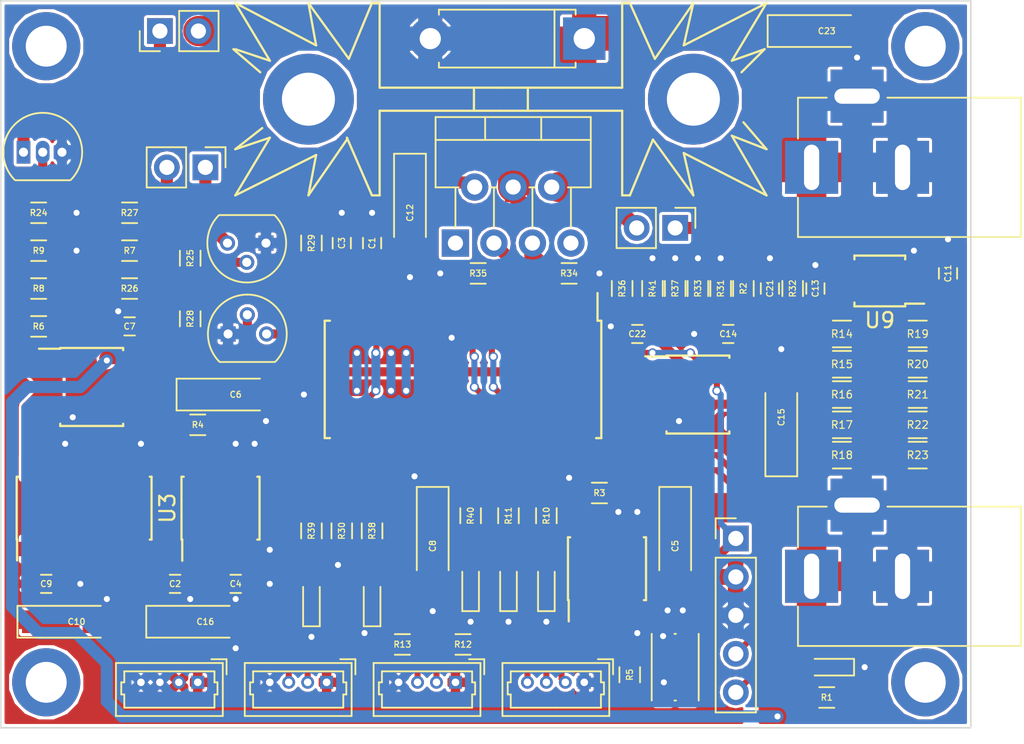
<source format=kicad_pcb>
(kicad_pcb (version 4) (host pcbnew 4.0.7-e2-6376~58~ubuntu16.04.1)
  (layers (0 F.Cu signal) (31 B.Cu signal hide) (34 B.Paste user) (35 F.Paste user) (36 B.SilkS user) (37 F.SilkS user) (38 B.Mask user) (39 F.Mask user) (44 Edge.Cuts user))
  (net 0 "")
  (net 1 +3V3)
  (net 2 GND)
  (net 3 "Net-(C5-Pad1)")
  (net 4 "Net-(C6-Pad1)")
  (net 5 +12V)
  (net 6 "Net-(C8-Pad1)")
  (net 7 /SET)
  (net 8 /3081_IN)
  (net 9 "Net-(C21-Pad1)")
  (net 10 "Net-(C22-Pad1)")
  (net 11 "Net-(C23-Pad1)")
  (net 12 "Net-(D1-Pad2)")
  (net 13 "Net-(D2-Pad2)")
  (net 14 "Net-(D4-Pad2)")
  (net 15 "Net-(D5-Pad2)")
  (net 16 "Net-(D6-Pad2)")
  (net 17 "Net-(JP3-Pad1)")
  (net 18 "Net-(JP3-Pad2)")
  (net 19 "Net-(JP5-Pad1)")
  (net 20 "Net-(JP6-Pad1)")
  (net 21 /RESET)
  (net 22 /PGM_PGED)
  (net 23 /PGM_PGEC)
  (net 24 /SER_TX)
  (net 25 /SER_RX)
  (net 26 /I2C_SDA)
  (net 27 /I2C_SCL)
  (net 28 /SPI_SDI)
  (net 29 /SPI_SCK)
  (net 30 /SPI_SDO)
  (net 31 "Net-(Q1-Pad2)")
  (net 32 "Net-(Q2-Pad2)")
  (net 33 /CLIP)
  (net 34 /Vref_DAC)
  (net 35 "Net-(R6-Pad1)")
  (net 36 "Net-(R6-Pad2)")
  (net 37 "Net-(R24-Pad1)")
  (net 38 "Net-(R25-Pad1)")
  (net 39 "Net-(R26-Pad1)")
  (net 40 "Net-(R32-Pad2)")
  (net 41 /TEMP)
  (net 42 /IMON)
  (net 43 /Vset)
  (net 44 /VSENSE)
  (net 45 /Iset)
  (net 46 "Net-(U2-Pad2)")
  (net 47 "Net-(U3-Pad2)")
  (net 48 "Net-(U4-Pad2)")
  (net 49 /SPI_CS_DAC)
  (net 50 "Net-(U4-Pad6)")
  (net 51 "Net-(U4-Pad7)")
  (net 52 /VO_SENSE)
  (net 53 "Net-(U6-Pad1)")
  (net 54 "Net-(U6-Pad7)")
  (net 55 "Net-(U9-Pad3)")
  (net 56 "Net-(U9-Pad6)")
  (net 57 "Net-(U9-Pad7)")
  (net 58 "Net-(R3-Pad1)")
  (net 59 "Net-(U5-Pad9)")
  (net 60 "Net-(U5-Pad10)")
  (net 61 "Net-(U5-Pad11)")
  (net 62 "Net-(D7-Pad2)")
  (net 63 "Net-(P1-Pad2)")
  (net 64 "Net-(P1-Pad3)")
  (net 65 "Net-(P1-Pad4)")
  (net 66 "Net-(J4-Pad1)")
  (net 67 "Net-(J5-Pad1)")
  (net 68 "Net-(J6-Pad1)")
  (net 69 "Net-(J7-Pad1)")
  (net 70 "Net-(R2-Pad1)")
  (module Resistors_SMD:R_0603_HandSoldering (layer F.Cu) (at 92 56 270)
    (fp_text reference R36 (at 0 0 270) (layer F.SilkS) (effects (font (size 0.4 0.4) (thickness 0.075))))
    (fp_text value 1k hide)
    (pad 1 smd rect (at -1.1 0 270) (size 1.2 0.9) (layers F.Cu F.Paste F.Mask) (net 70 "Net-(R2-Pad1)"))
    (pad 2 smd rect (at 1.1 0 270) (size 1.2 0.9) (layers F.Cu F.Paste F.Mask) (net 10 "Net-(C22-Pad1)"))
  )
  (module TO_SOT_Packages_THT:TO-92_Molded_Narrow (layer F.Cu) (at 66 59)
    (fp_text reference Q2 hide)
    (fp_text value 2N3904 hide)
    (pad 2 thru_hole circle (at 1.27 -1.27 90) (size 1 1) (drill 0.6) (layers *.Cu *.Mask) (net 32 "Net-(Q2-Pad2)"))
    (pad 3 thru_hole circle (at 2.54 0 90) (size 1 1) (drill 0.6) (layers *.Cu *.Mask) (net 33 /CLIP))
    (pad 1 thru_hole rect (at 0 0 90) (size 1 1) (drill 0.6) (layers *.Cu *.Mask) (net 2 GND))
  )
  (module Capacitors_Tantalum_SMD:CP_Tantalum_Case-A_EIA-3216-18_Hand (layer F.Cu) (at 95.5 73 270)
    (fp_text reference C5 (at 0 0 270) (layer F.SilkS) (effects (font (size 0.4 0.4) (thickness 0.075))))
    (fp_text value 2.2µ hide)
    (pad 1 smd rect (at -2 0 270) (size 3.2 1.5) (layers F.Cu F.Paste F.Mask) (net 3 "Net-(C5-Pad1)"))
    (pad 2 smd rect (at 2 0 270) (size 3.2 1.5) (layers F.Cu F.Paste F.Mask) (net 2 GND))
  )
  (module Resistors_SMD:R_0603_HandSoldering (layer F.Cu) (at 75.5 72 90)
    (fp_text reference R38 (at 0 0 90) (layer F.SilkS) (effects (font (size 0.4 0.4) (thickness 0.075))))
    (fp_text value 196 hide)
    (pad 1 smd rect (at -1.1 0 90) (size 1.2 0.9) (layers F.Cu F.Paste F.Mask) (net 14 "Net-(D4-Pad2)"))
    (pad 2 smd rect (at 1.1 0 90) (size 1.2 0.9) (layers F.Cu F.Paste F.Mask) (net 24 /SER_TX))
  )
  (module Capacitors_SMD:C_0603_HandSoldering (layer F.Cu) (at 75.5 53 90)
    (fp_text reference C1 (at 0 0 90) (layer F.SilkS) (effects (font (size 0.4 0.4) (thickness 0.075))))
    (fp_text value 1µ hide)
    (pad 1 smd rect (at -0.95 0 90) (size 1.2 0.75) (layers F.Cu F.Paste F.Mask) (net 1 +3V3))
    (pad 2 smd rect (at 0.95 0 90) (size 1.2 0.75) (layers F.Cu F.Paste F.Mask) (net 2 GND))
  )
  (module Capacitors_SMD:C_0603_HandSoldering (layer F.Cu) (at 62.5 75.5)
    (fp_text reference C2 (at 0 0) (layer F.SilkS) (effects (font (size 0.4 0.4) (thickness 0.075))))
    (fp_text value 1µ hide)
    (pad 1 smd rect (at -0.95 0) (size 1.2 0.75) (layers F.Cu F.Paste F.Mask) (net 1 +3V3))
    (pad 2 smd rect (at 0.95 0) (size 1.2 0.75) (layers F.Cu F.Paste F.Mask) (net 2 GND))
  )
  (module Capacitors_SMD:C_0603_HandSoldering (layer F.Cu) (at 73.5 53 90)
    (fp_text reference C3 (at 0 0 90) (layer F.SilkS) (effects (font (size 0.4 0.4) (thickness 0.075))))
    (fp_text value 10n hide)
    (pad 1 smd rect (at -0.95 0 90) (size 1.2 0.75) (layers F.Cu F.Paste F.Mask) (net 1 +3V3))
    (pad 2 smd rect (at 0.95 0 90) (size 1.2 0.75) (layers F.Cu F.Paste F.Mask) (net 2 GND))
  )
  (module Capacitors_SMD:C_0603_HandSoldering (layer F.Cu) (at 66.5 75.5)
    (fp_text reference C4 (at 0 0) (layer F.SilkS) (effects (font (size 0.4 0.4) (thickness 0.075))))
    (fp_text value 10n hide)
    (pad 1 smd rect (at -0.95 0) (size 1.2 0.75) (layers F.Cu F.Paste F.Mask) (net 1 +3V3))
    (pad 2 smd rect (at 0.95 0) (size 1.2 0.75) (layers F.Cu F.Paste F.Mask) (net 2 GND))
  )
  (module Capacitors_Tantalum_SMD:CP_Tantalum_Case-A_EIA-3216-18_Hand (layer F.Cu) (at 66.5 63)
    (fp_text reference C6 (at 0 0) (layer F.SilkS) (effects (font (size 0.4 0.4) (thickness 0.075))))
    (fp_text value "2.2µ " hide)
    (pad 1 smd rect (at -2 0) (size 3.2 1.5) (layers F.Cu F.Paste F.Mask) (net 4 "Net-(C6-Pad1)"))
    (pad 2 smd rect (at 2 0) (size 3.2 1.5) (layers F.Cu F.Paste F.Mask) (net 2 GND))
  )
  (module Capacitors_SMD:C_0603_HandSoldering (layer F.Cu) (at 59.5 58.5 180)
    (fp_text reference C7 (at 0 0 180) (layer F.SilkS) (effects (font (size 0.4 0.4) (thickness 0.075))))
    (fp_text value 100n hide)
    (pad 1 smd rect (at -0.95 0 180) (size 1.2 0.75) (layers F.Cu F.Paste F.Mask) (net 5 +12V))
    (pad 2 smd rect (at 0.95 0 180) (size 1.2 0.75) (layers F.Cu F.Paste F.Mask) (net 2 GND))
  )
  (module Capacitors_Tantalum_SMD:CP_Tantalum_Case-A_EIA-3216-18_Hand (layer F.Cu) (at 79.5 73 270)
    (fp_text reference C8 (at 0 0 270) (layer F.SilkS) (effects (font (size 0.4 0.4) (thickness 0.075))))
    (fp_text value 10µ hide)
    (pad 1 smd rect (at -2 0 270) (size 3.2 1.5) (layers F.Cu F.Paste F.Mask) (net 6 "Net-(C8-Pad1)"))
    (pad 2 smd rect (at 2 0 270) (size 3.2 1.5) (layers F.Cu F.Paste F.Mask) (net 2 GND))
  )
  (module Capacitors_SMD:C_0603_HandSoldering (layer F.Cu) (at 54 75.5)
    (fp_text reference C9 (at 0 0) (layer F.SilkS) (effects (font (size 0.4 0.4) (thickness 0.075))))
    (fp_text value 100n hide)
    (pad 1 smd rect (at -0.95 0) (size 1.2 0.75) (layers F.Cu F.Paste F.Mask) (net 1 +3V3))
    (pad 2 smd rect (at 0.95 0) (size 1.2 0.75) (layers F.Cu F.Paste F.Mask) (net 2 GND))
  )
  (module Capacitors_Tantalum_SMD:CP_Tantalum_Case-A_EIA-3216-18_Hand (layer F.Cu) (at 56 78)
    (fp_text reference C10 (at 0 0) (layer F.SilkS) (effects (font (size 0.4 0.4) (thickness 0.075))))
    (fp_text value 10µ hide)
    (pad 1 smd rect (at -2 0) (size 3.2 1.5) (layers F.Cu F.Paste F.Mask) (net 1 +3V3))
    (pad 2 smd rect (at 2 0) (size 3.2 1.5) (layers F.Cu F.Paste F.Mask) (net 2 GND))
  )
  (module Capacitors_SMD:C_0603_HandSoldering (layer F.Cu) (at 113.5 55 90)
    (fp_text reference C11 (at 0 0 90) (layer F.SilkS) (effects (font (size 0.4 0.4) (thickness 0.075))))
    (fp_text value 100n hide)
    (pad 1 smd rect (at -0.95 0 90) (size 1.2 0.75) (layers F.Cu F.Paste F.Mask) (net 5 +12V))
    (pad 2 smd rect (at 0.95 0 90) (size 1.2 0.75) (layers F.Cu F.Paste F.Mask) (net 2 GND))
  )
  (module Capacitors_Tantalum_SMD:CP_Tantalum_Case-A_EIA-3216-18_Hand (layer F.Cu) (at 78 51 270)
    (fp_text reference C12 (at 0 0 270) (layer F.SilkS) (effects (font (size 0.4 0.4) (thickness 0.075))))
    (fp_text value 10µ hide)
    (pad 1 smd rect (at -2 0 270) (size 3.2 1.5) (layers F.Cu F.Paste F.Mask) (net 7 /SET))
    (pad 2 smd rect (at 2 0 270) (size 3.2 1.5) (layers F.Cu F.Paste F.Mask) (net 2 GND))
  )
  (module Capacitors_SMD:C_0603_HandSoldering (layer F.Cu) (at 104.75 56 90)
    (fp_text reference C13 (at 0 0 90) (layer F.SilkS) (effects (font (size 0.4 0.4) (thickness 0.075))))
    (fp_text value 100n hide)
    (pad 1 smd rect (at -0.95 0 90) (size 1.2 0.75) (layers F.Cu F.Paste F.Mask) (net 8 /3081_IN))
    (pad 2 smd rect (at 0.95 0 90) (size 1.2 0.75) (layers F.Cu F.Paste F.Mask) (net 2 GND))
  )
  (module Capacitors_SMD:C_0603_HandSoldering (layer F.Cu) (at 99 59 180)
    (fp_text reference C14 (at 0 0 180) (layer F.SilkS) (effects (font (size 0.4 0.4) (thickness 0.075))))
    (fp_text value 100n hide)
    (pad 1 smd rect (at -0.95 0 180) (size 1.2 0.75) (layers F.Cu F.Paste F.Mask) (net 5 +12V))
    (pad 2 smd rect (at 0.95 0 180) (size 1.2 0.75) (layers F.Cu F.Paste F.Mask) (net 2 GND))
  )
  (module Capacitors_SMD:C_0603_HandSoldering (layer F.Cu) (at 101.75 56 90)
    (fp_text reference C21 (at 0 0 90) (layer F.SilkS) (effects (font (size 0.4 0.4) (thickness 0.075))))
    (fp_text value 100n hide)
    (pad 1 smd rect (at -0.95 0 90) (size 1.2 0.75) (layers F.Cu F.Paste F.Mask) (net 9 "Net-(C21-Pad1)"))
    (pad 2 smd rect (at 0.95 0 90) (size 1.2 0.75) (layers F.Cu F.Paste F.Mask) (net 2 GND))
  )
  (module Capacitors_SMD:C_0603_HandSoldering (layer F.Cu) (at 93 59 180)
    (fp_text reference C22 (at 0 0 180) (layer F.SilkS) (effects (font (size 0.4 0.4) (thickness 0.075))))
    (fp_text value 100n hide)
    (pad 1 smd rect (at -0.95 0 180) (size 1.2 0.75) (layers F.Cu F.Paste F.Mask) (net 10 "Net-(C22-Pad1)"))
    (pad 2 smd rect (at 0.95 0 180) (size 1.2 0.75) (layers F.Cu F.Paste F.Mask) (net 2 GND))
  )
  (module Capacitors_Tantalum_SMD:CP_Tantalum_Case-A_EIA-3216-18_Hand (layer F.Cu) (at 105.5 39)
    (fp_text reference C23 (at 0 0) (layer F.SilkS) (effects (font (size 0.4 0.4) (thickness 0.075))))
    (fp_text value 10µ hide)
    (pad 1 smd rect (at -2 0) (size 3.2 1.5) (layers F.Cu F.Paste F.Mask) (net 11 "Net-(C23-Pad1)"))
    (pad 2 smd rect (at 2 0) (size 3.2 1.5) (layers F.Cu F.Paste F.Mask) (net 2 GND))
  )
  (module Diodes_THT:D_5W_P10.16mm_Horizontal (layer F.Cu) (at 89.5 39.5 180)
    (fp_text reference D3 hide)
    (fp_text value D_Zener hide)
    (pad 1 thru_hole rect (at 0 0 180) (size 2.8 2.8) (drill 1.4) (layers *.Cu *.Mask) (net 11 "Net-(C23-Pad1)"))
    (pad 2 thru_hole oval (at 10.16 0 180) (size 2.8 2.8) (drill 1.4) (layers *.Cu *.Mask) (net 2 GND))
  )
  (module Heatsinks:Heatsink_Fischer_SK104-STCB_35x13mm__2xDrill3.5mm_ScrewM3 (layer F.Cu) (at 84 43.5)
    (fp_text reference HS1 hide)
    (fp_text value HEATSINK hide)
    (pad 1 thru_hole circle (at 12.7 0) (size 5.99948 5.99948) (drill 3.50012) (layers *.Cu *.Mask))
    (pad 1 thru_hole circle (at -12.7 0) (size 5.99948 5.99948) (drill 3.50012) (layers *.Cu *.Mask))
  )
  (module Connectors_Molex:Molex_PicoBlade_53047-0410_04x1.25mm_Straight (layer F.Cu) (at 64 82 180)
    (fp_text reference J2 hide)
    (fp_text value 3.3V)
    (pad 1 thru_hole rect (at 0 0 180) (size 0.85 0.85) (drill 0.5) (layers *.Cu *.Mask) (net 1 +3V3))
    (pad 2 thru_hole circle (at 1.25 0 180) (size 0.85 0.85) (drill 0.5) (layers *.Cu *.Mask) (net 1 +3V3))
    (pad 3 thru_hole circle (at 2.5 0 180) (size 0.85 0.85) (drill 0.5) (layers *.Cu *.Mask) (net 2 GND))
    (pad 4 thru_hole circle (at 3.75 0 180) (size 0.85 0.85) (drill 0.5) (layers *.Cu *.Mask) (net 2 GND))
  )
  (module Pin_Headers:Pin_Header_Straight_1x02_Pitch2.54mm (layer F.Cu) (at 64.5 48 270)
    (fp_text reference JP3 hide)
    (fp_text value " ")
    (pad 1 thru_hole rect (at 0 0 270) (size 1.7 1.7) (drill 1) (layers *.Cu *.Mask) (net 17 "Net-(JP3-Pad1)"))
    (pad 2 thru_hole oval (at 0 2.54 270) (size 1.7 1.7) (drill 1) (layers *.Cu *.Mask) (net 18 "Net-(JP3-Pad2)"))
  )
  (module Pin_Headers:Pin_Header_Straight_1x02_Pitch2.54mm (layer F.Cu) (at 61.5 39 90)
    (fp_text reference JP5 hide)
    (fp_text value "Ilim " hide)
    (pad 1 thru_hole rect (at 0 0 90) (size 1.7 1.7) (drill 1) (layers *.Cu *.Mask) (net 19 "Net-(JP5-Pad1)"))
    (pad 2 thru_hole oval (at 0 2.54 90) (size 1.7 1.7) (drill 1) (layers *.Cu *.Mask) (net 11 "Net-(C23-Pad1)"))
  )
  (module Pin_Headers:Pin_Header_Straight_1x02_Pitch2.54mm (layer F.Cu) (at 95.5 52 270)
    (fp_text reference JP6 hide)
    (fp_text value " ")
    (pad 1 thru_hole rect (at 0 0 270) (size 1.7 1.7) (drill 1) (layers *.Cu *.Mask) (net 20 "Net-(JP6-Pad1)"))
    (pad 2 thru_hole oval (at 0 2.54 270) (size 1.7 1.7) (drill 1) (layers *.Cu *.Mask) (net 11 "Net-(C23-Pad1)"))
  )
  (module Connectors_Molex:Molex_PicoBlade_53047-0410_04x1.25mm_Straight (layer F.Cu) (at 72.5 82 180)
    (fp_text reference P6 hide)
    (fp_text value SERIAL)
    (pad 1 thru_hole rect (at 0 0 180) (size 0.85 0.85) (drill 0.5) (layers *.Cu *.Mask) (net 1 +3V3))
    (pad 2 thru_hole circle (at 1.25 0 180) (size 0.85 0.85) (drill 0.5) (layers *.Cu *.Mask) (net 24 /SER_TX))
    (pad 3 thru_hole circle (at 2.5 0 180) (size 0.85 0.85) (drill 0.5) (layers *.Cu *.Mask) (net 25 /SER_RX))
    (pad 4 thru_hole circle (at 3.75 0 180) (size 0.85 0.85) (drill 0.5) (layers *.Cu *.Mask) (net 2 GND))
  )
  (module Connectors_Molex:Molex_PicoBlade_53047-0410_04x1.25mm_Straight (layer F.Cu) (at 81 82 180)
    (fp_text reference P7 hide)
    (fp_text value I2C)
    (pad 1 thru_hole rect (at 0 0 180) (size 0.85 0.85) (drill 0.5) (layers *.Cu *.Mask) (net 1 +3V3))
    (pad 2 thru_hole circle (at 1.25 0 180) (size 0.85 0.85) (drill 0.5) (layers *.Cu *.Mask) (net 26 /I2C_SDA))
    (pad 3 thru_hole circle (at 2.5 0 180) (size 0.85 0.85) (drill 0.5) (layers *.Cu *.Mask) (net 27 /I2C_SCL))
    (pad 4 thru_hole circle (at 3.75 0 180) (size 0.85 0.85) (drill 0.5) (layers *.Cu *.Mask) (net 2 GND))
  )
  (module TO_SOT_Packages_THT:TO-92_Molded_Narrow (layer F.Cu) (at 68.5 53 180)
    (fp_text reference Q1 hide)
    (fp_text value 2N3904 hide)
    (pad 2 thru_hole circle (at 1.27 -1.27 270) (size 1 1) (drill 0.6) (layers *.Cu *.Mask) (net 31 "Net-(Q1-Pad2)"))
    (pad 3 thru_hole circle (at 2.54 0 270) (size 1 1) (drill 0.6) (layers *.Cu *.Mask) (net 17 "Net-(JP3-Pad1)"))
    (pad 1 thru_hole rect (at 0 0 270) (size 1 1) (drill 0.6) (layers *.Cu *.Mask) (net 2 GND))
  )
  (module Resistors_SMD:R_0603_HandSoldering (layer F.Cu) (at 90.5 69.5)
    (fp_text reference R3 (at 0 0) (layer F.SilkS) (effects (font (size 0.4 0.4) (thickness 0.075))))
    (fp_text value 50 hide)
    (pad 1 smd rect (at -1.1 0) (size 1.2 0.9) (layers F.Cu F.Paste F.Mask) (net 58 "Net-(R3-Pad1)"))
    (pad 2 smd rect (at 1.1 0) (size 1.2 0.9) (layers F.Cu F.Paste F.Mask) (net 3 "Net-(C5-Pad1)"))
  )
  (module Resistors_SMD:R_0603_HandSoldering (layer F.Cu) (at 64 65)
    (fp_text reference R4 (at 0 0) (layer F.SilkS) (effects (font (size 0.4 0.4) (thickness 0.075))))
    (fp_text value 50 hide)
    (pad 1 smd rect (at -1.1 0) (size 1.2 0.9) (layers F.Cu F.Paste F.Mask) (net 34 /Vref_DAC))
    (pad 2 smd rect (at 1.1 0) (size 1.2 0.9) (layers F.Cu F.Paste F.Mask) (net 4 "Net-(C6-Pad1)"))
  )
  (module Resistors_SMD:R_0603_HandSoldering (layer F.Cu) (at 92.5 81.5 270)
    (fp_text reference R5 (at 0 0 270) (layer F.SilkS) (effects (font (size 0.4 0.4) (thickness 0.075))))
    (fp_text value 10k hide)
    (pad 1 smd rect (at -1.1 0 270) (size 1.2 0.9) (layers F.Cu F.Paste F.Mask) (net 21 /RESET))
    (pad 2 smd rect (at 1.1 0 270) (size 1.2 0.9) (layers F.Cu F.Paste F.Mask) (net 1 +3V3))
  )
  (module Resistors_SMD:R_0603_HandSoldering (layer F.Cu) (at 53.5 58.5)
    (fp_text reference R6 (at 0 0) (layer F.SilkS) (effects (font (size 0.4 0.4) (thickness 0.075))))
    (fp_text value 10k hide)
    (pad 1 smd rect (at -1.1 0) (size 1.2 0.9) (layers F.Cu F.Paste F.Mask) (net 35 "Net-(R6-Pad1)"))
    (pad 2 smd rect (at 1.1 0) (size 1.2 0.9) (layers F.Cu F.Paste F.Mask) (net 36 "Net-(R6-Pad2)"))
  )
  (module Resistors_SMD:R_0603_HandSoldering (layer F.Cu) (at 59.5 53.5 180)
    (fp_text reference R7 (at 0 0 180) (layer F.SilkS) (effects (font (size 0.4 0.4) (thickness 0.075))))
    (fp_text value 10k hide)
    (pad 1 smd rect (at -1.1 0 180) (size 1.2 0.9) (layers F.Cu F.Paste F.Mask) (net 36 "Net-(R6-Pad2)"))
    (pad 2 smd rect (at 1.1 0 180) (size 1.2 0.9) (layers F.Cu F.Paste F.Mask) (net 7 /SET))
  )
  (module Resistors_SMD:R_0603_HandSoldering (layer F.Cu) (at 53.5 56)
    (fp_text reference R8 (at 0 0) (layer F.SilkS) (effects (font (size 0.4 0.4) (thickness 0.075))))
    (fp_text value 10k hide)
    (pad 1 smd rect (at -1.1 0) (size 1.2 0.9) (layers F.Cu F.Paste F.Mask) (net 35 "Net-(R6-Pad1)"))
    (pad 2 smd rect (at 1.1 0) (size 1.2 0.9) (layers F.Cu F.Paste F.Mask) (net 2 GND))
  )
  (module Resistors_SMD:R_0603_HandSoldering (layer F.Cu) (at 53.5 53.5)
    (fp_text reference R9 (at 0 0) (layer F.SilkS) (effects (font (size 0.4 0.4) (thickness 0.075))))
    (fp_text value 10k hide)
    (pad 1 smd rect (at -1.1 0) (size 1.2 0.9) (layers F.Cu F.Paste F.Mask) (net 35 "Net-(R6-Pad1)"))
    (pad 2 smd rect (at 1.1 0) (size 1.2 0.9) (layers F.Cu F.Paste F.Mask) (net 2 GND))
  )
  (module Resistors_SMD:R_0603_HandSoldering (layer F.Cu) (at 87 71 270)
    (fp_text reference R10 (at 0 0 270) (layer F.SilkS) (effects (font (size 0.4 0.4) (thickness 0.075))))
    (fp_text value 196 hide)
    (pad 1 smd rect (at -1.1 0 270) (size 1.2 0.9) (layers F.Cu F.Paste F.Mask) (net 63 "Net-(P1-Pad2)"))
    (pad 2 smd rect (at 1.1 0 270) (size 1.2 0.9) (layers F.Cu F.Paste F.Mask) (net 12 "Net-(D1-Pad2)"))
  )
  (module Resistors_SMD:R_0603_HandSoldering (layer F.Cu) (at 84.5 71 270)
    (fp_text reference R11 (at 0 0 270) (layer F.SilkS) (effects (font (size 0.4 0.4) (thickness 0.075))))
    (fp_text value 196 hide)
    (pad 1 smd rect (at -1.1 0 270) (size 1.2 0.9) (layers F.Cu F.Paste F.Mask) (net 64 "Net-(P1-Pad3)"))
    (pad 2 smd rect (at 1.1 0 270) (size 1.2 0.9) (layers F.Cu F.Paste F.Mask) (net 13 "Net-(D2-Pad2)"))
  )
  (module Resistors_SMD:R_0603_HandSoldering (layer F.Cu) (at 81.5 79.5 180)
    (fp_text reference R12 (at 0 0 180) (layer F.SilkS) (effects (font (size 0.4 0.4) (thickness 0.075))))
    (fp_text value 2k2 hide)
    (pad 1 smd rect (at -1.1 0 180) (size 1.2 0.9) (layers F.Cu F.Paste F.Mask) (net 1 +3V3))
    (pad 2 smd rect (at 1.1 0 180) (size 1.2 0.9) (layers F.Cu F.Paste F.Mask) (net 26 /I2C_SDA))
  )
  (module Resistors_SMD:R_0603_HandSoldering (layer F.Cu) (at 77.5 79.5)
    (fp_text reference R13 (at 0 0) (layer F.SilkS) (effects (font (size 0.4 0.4) (thickness 0.075))))
    (fp_text value 2k2 hide)
    (pad 1 smd rect (at -1.1 0) (size 1.2 0.9) (layers F.Cu F.Paste F.Mask) (net 1 +3V3))
    (pad 2 smd rect (at 1.1 0) (size 1.2 0.9) (layers F.Cu F.Paste F.Mask) (net 27 /I2C_SCL))
  )
  (module Resistors_SMD:R_0805_HandSoldering (layer F.Cu) (at 106.5 59 180)
    (fp_text reference R14 (at 0 0 180) (layer F.SilkS) (effects (font (size 0.5 0.5) (thickness 0.075))))
    (fp_text value 1 hide)
    (pad 1 smd rect (at -1.35 0 180) (size 1.5 1.3) (layers F.Cu F.Paste F.Mask) (net 8 /3081_IN))
    (pad 2 smd rect (at 1.35 0 180) (size 1.5 1.3) (layers F.Cu F.Paste F.Mask) (net 5 +12V))
  )
  (module Resistors_SMD:R_0805_HandSoldering (layer F.Cu) (at 106.5 61 180)
    (fp_text reference R15 (at 0 0 180) (layer F.SilkS) (effects (font (size 0.5 0.5) (thickness 0.075))))
    (fp_text value 1 hide)
    (pad 1 smd rect (at -1.35 0 180) (size 1.5 1.3) (layers F.Cu F.Paste F.Mask) (net 8 /3081_IN))
    (pad 2 smd rect (at 1.35 0 180) (size 1.5 1.3) (layers F.Cu F.Paste F.Mask) (net 5 +12V))
  )
  (module Resistors_SMD:R_0805_HandSoldering (layer F.Cu) (at 106.5 63 180)
    (fp_text reference R16 (at 0 0 180) (layer F.SilkS) (effects (font (size 0.5 0.5) (thickness 0.075))))
    (fp_text value 1 hide)
    (pad 1 smd rect (at -1.35 0 180) (size 1.5 1.3) (layers F.Cu F.Paste F.Mask) (net 8 /3081_IN))
    (pad 2 smd rect (at 1.35 0 180) (size 1.5 1.3) (layers F.Cu F.Paste F.Mask) (net 5 +12V))
  )
  (module Resistors_SMD:R_0805_HandSoldering (layer F.Cu) (at 106.5 65 180)
    (fp_text reference R17 (at 0 0 180) (layer F.SilkS) (effects (font (size 0.5 0.5) (thickness 0.075))))
    (fp_text value 1 hide)
    (pad 1 smd rect (at -1.35 0 180) (size 1.5 1.3) (layers F.Cu F.Paste F.Mask) (net 8 /3081_IN))
    (pad 2 smd rect (at 1.35 0 180) (size 1.5 1.3) (layers F.Cu F.Paste F.Mask) (net 5 +12V))
  )
  (module Resistors_SMD:R_0805_HandSoldering (layer F.Cu) (at 106.5 67 180)
    (fp_text reference R18 (at 0 0 180) (layer F.SilkS) (effects (font (size 0.5 0.5) (thickness 0.075))))
    (fp_text value 1 hide)
    (pad 1 smd rect (at -1.35 0 180) (size 1.5 1.3) (layers F.Cu F.Paste F.Mask) (net 8 /3081_IN))
    (pad 2 smd rect (at 1.35 0 180) (size 1.5 1.3) (layers F.Cu F.Paste F.Mask) (net 5 +12V))
  )
  (module Resistors_SMD:R_0805_HandSoldering (layer F.Cu) (at 111.5 59)
    (fp_text reference R19 (at 0 0) (layer F.SilkS) (effects (font (size 0.5 0.5) (thickness 0.075))))
    (fp_text value 1 hide)
    (pad 1 smd rect (at -1.35 0) (size 1.5 1.3) (layers F.Cu F.Paste F.Mask) (net 8 /3081_IN))
    (pad 2 smd rect (at 1.35 0) (size 1.5 1.3) (layers F.Cu F.Paste F.Mask) (net 5 +12V))
  )
  (module Resistors_SMD:R_0805_HandSoldering (layer F.Cu) (at 111.5 61)
    (fp_text reference R20 (at 0 0) (layer F.SilkS) (effects (font (size 0.5 0.5) (thickness 0.075))))
    (fp_text value 1 hide)
    (pad 1 smd rect (at -1.35 0) (size 1.5 1.3) (layers F.Cu F.Paste F.Mask) (net 8 /3081_IN))
    (pad 2 smd rect (at 1.35 0) (size 1.5 1.3) (layers F.Cu F.Paste F.Mask) (net 5 +12V))
  )
  (module Resistors_SMD:R_0805_HandSoldering (layer F.Cu) (at 111.5 63)
    (fp_text reference R21 (at 0 0) (layer F.SilkS) (effects (font (size 0.5 0.5) (thickness 0.075))))
    (fp_text value 1 hide)
    (pad 1 smd rect (at -1.35 0) (size 1.5 1.3) (layers F.Cu F.Paste F.Mask) (net 8 /3081_IN))
    (pad 2 smd rect (at 1.35 0) (size 1.5 1.3) (layers F.Cu F.Paste F.Mask) (net 5 +12V))
  )
  (module Resistors_SMD:R_0805_HandSoldering (layer F.Cu) (at 111.5 65)
    (fp_text reference R22 (at 0 0) (layer F.SilkS) (effects (font (size 0.5 0.5) (thickness 0.075))))
    (fp_text value 1 hide)
    (pad 1 smd rect (at -1.35 0) (size 1.5 1.3) (layers F.Cu F.Paste F.Mask) (net 8 /3081_IN))
    (pad 2 smd rect (at 1.35 0) (size 1.5 1.3) (layers F.Cu F.Paste F.Mask) (net 5 +12V))
  )
  (module Resistors_SMD:R_0805_HandSoldering (layer F.Cu) (at 111.5 67)
    (fp_text reference R23 (at 0 0) (layer F.SilkS) (effects (font (size 0.5 0.5) (thickness 0.075))))
    (fp_text value 1 hide)
    (pad 1 smd rect (at -1.35 0) (size 1.5 1.3) (layers F.Cu F.Paste F.Mask) (net 8 /3081_IN))
    (pad 2 smd rect (at 1.35 0) (size 1.5 1.3) (layers F.Cu F.Paste F.Mask) (net 5 +12V))
  )
  (module Resistors_SMD:R_0603_HandSoldering (layer F.Cu) (at 53.5 51)
    (fp_text reference R24 (at 0 0) (layer F.SilkS) (effects (font (size 0.4 0.4) (thickness 0.075))))
    (fp_text value 100 hide)
    (pad 1 smd rect (at -1.1 0) (size 1.2 0.9) (layers F.Cu F.Paste F.Mask) (net 37 "Net-(R24-Pad1)"))
    (pad 2 smd rect (at 1.1 0) (size 1.2 0.9) (layers F.Cu F.Paste F.Mask) (net 2 GND))
  )
  (module Resistors_SMD:R_0603_HandSoldering (layer F.Cu) (at 63.5 54 90)
    (fp_text reference R25 (at 0 0 90) (layer F.SilkS) (effects (font (size 0.4 0.4) (thickness 0.075))))
    (fp_text value 10k hide)
    (pad 1 smd rect (at -1.1 0 90) (size 1.2 0.9) (layers F.Cu F.Paste F.Mask) (net 38 "Net-(R25-Pad1)"))
    (pad 2 smd rect (at 1.1 0 90) (size 1.2 0.9) (layers F.Cu F.Paste F.Mask) (net 31 "Net-(Q1-Pad2)"))
  )
  (module Resistors_SMD:R_0603_HandSoldering (layer F.Cu) (at 59.5 56)
    (fp_text reference R26 (at 0 0) (layer F.SilkS) (effects (font (size 0.4 0.4) (thickness 0.075))))
    (fp_text value 1k hide)
    (pad 1 smd rect (at -1.1 0) (size 1.2 0.9) (layers F.Cu F.Paste F.Mask) (net 39 "Net-(R26-Pad1)"))
    (pad 2 smd rect (at 1.1 0) (size 1.2 0.9) (layers F.Cu F.Paste F.Mask) (net 18 "Net-(JP3-Pad2)"))
  )
  (module Resistors_SMD:R_0603_HandSoldering (layer F.Cu) (at 59.5 51 180)
    (fp_text reference R27 (at 0 0 180) (layer F.SilkS) (effects (font (size 0.4 0.4) (thickness 0.075))))
    (fp_text value 100 hide)
    (pad 1 smd rect (at -1.1 0 180) (size 1.2 0.9) (layers F.Cu F.Paste F.Mask) (net 18 "Net-(JP3-Pad2)"))
    (pad 2 smd rect (at 1.1 0 180) (size 1.2 0.9) (layers F.Cu F.Paste F.Mask) (net 7 /SET))
  )
  (module Resistors_SMD:R_0603_HandSoldering (layer F.Cu) (at 63.5 58 270)
    (fp_text reference R28 (at 0 0 270) (layer F.SilkS) (effects (font (size 0.4 0.4) (thickness 0.075))))
    (fp_text value 10k hide)
    (pad 1 smd rect (at -1.1 0 270) (size 1.2 0.9) (layers F.Cu F.Paste F.Mask) (net 38 "Net-(R25-Pad1)"))
    (pad 2 smd rect (at 1.1 0 270) (size 1.2 0.9) (layers F.Cu F.Paste F.Mask) (net 32 "Net-(Q2-Pad2)"))
  )
  (module Resistors_SMD:R_0603_HandSoldering (layer F.Cu) (at 71.5 53 270)
    (fp_text reference R29 (at 0 0 270) (layer F.SilkS) (effects (font (size 0.4 0.4) (thickness 0.075))))
    (fp_text value 1k hide)
    (pad 1 smd rect (at -1.1 0 270) (size 1.2 0.9) (layers F.Cu F.Paste F.Mask) (net 1 +3V3))
    (pad 2 smd rect (at 1.1 0 270) (size 1.2 0.9) (layers F.Cu F.Paste F.Mask) (net 33 /CLIP))
  )
  (module Resistors_SMD:R_0603_HandSoldering (layer F.Cu) (at 73.5 72 90)
    (fp_text reference R30 (at 0 0 90) (layer F.SilkS) (effects (font (size 0.4 0.4) (thickness 0.075))))
    (fp_text value 10k hide)
    (pad 1 smd rect (at -1.1 0 90) (size 1.2 0.9) (layers F.Cu F.Paste F.Mask) (net 2 GND))
    (pad 2 smd rect (at 1.1 0 90) (size 1.2 0.9) (layers F.Cu F.Paste F.Mask) (net 25 /SER_RX))
  )
  (module Resistors_SMD:R_0603_HandSoldering (layer F.Cu) (at 103.25 56 90)
    (fp_text reference R32 (at 0 0 90) (layer F.SilkS) (effects (font (size 0.4 0.4) (thickness 0.075))))
    (fp_text value 1k hide)
    (pad 1 smd rect (at -1.1 0 90) (size 1.2 0.9) (layers F.Cu F.Paste F.Mask) (net 9 "Net-(C21-Pad1)"))
    (pad 2 smd rect (at 1.1 0 90) (size 1.2 0.9) (layers F.Cu F.Paste F.Mask) (net 40 "Net-(R32-Pad2)"))
  )
  (module Resistors_SMD:R_0603_HandSoldering (layer F.Cu) (at 88.5 55)
    (fp_text reference R34 (at 0 0) (layer F.SilkS) (effects (font (size 0.4 0.4) (thickness 0.075))))
    (fp_text value 68k hide)
    (pad 1 smd rect (at -1.1 0) (size 1.2 0.9) (layers F.Cu F.Paste F.Mask) (net 41 /TEMP))
    (pad 2 smd rect (at 1.1 0) (size 1.2 0.9) (layers F.Cu F.Paste F.Mask) (net 2 GND))
  )
  (module Resistors_SMD:R_0603_HandSoldering (layer F.Cu) (at 82.5 55 180)
    (fp_text reference R35 (at 0 0 180) (layer F.SilkS) (effects (font (size 0.4 0.4) (thickness 0.075))))
    (fp_text value 5.1k hide)
    (pad 1 smd rect (at -1.1 0 180) (size 1.2 0.9) (layers F.Cu F.Paste F.Mask) (net 42 /IMON))
    (pad 2 smd rect (at 1.1 0 180) (size 1.2 0.9) (layers F.Cu F.Paste F.Mask) (net 2 GND))
  )
  (module Resistors_SMD:R_0603_HandSoldering (layer F.Cu) (at 71.5 72 90)
    (fp_text reference R39 (at 0 0 90) (layer F.SilkS) (effects (font (size 0.4 0.4) (thickness 0.075))))
    (fp_text value 196 hide)
    (pad 1 smd rect (at -1.1 0 90) (size 1.2 0.9) (layers F.Cu F.Paste F.Mask) (net 15 "Net-(D5-Pad2)"))
    (pad 2 smd rect (at 1.1 0 90) (size 1.2 0.9) (layers F.Cu F.Paste F.Mask) (net 25 /SER_RX))
  )
  (module Resistors_SMD:R_0603_HandSoldering (layer F.Cu) (at 82 71 270)
    (fp_text reference R40 (at 0 0 270) (layer F.SilkS) (effects (font (size 0.4 0.4) (thickness 0.075))))
    (fp_text value 196 hide)
    (pad 1 smd rect (at -1.1 0 270) (size 1.2 0.9) (layers F.Cu F.Paste F.Mask) (net 65 "Net-(P1-Pad4)"))
    (pad 2 smd rect (at 1.1 0 270) (size 1.2 0.9) (layers F.Cu F.Paste F.Mask) (net 16 "Net-(D6-Pad2)"))
  )
  (module Resistors_SMD:R_0603_HandSoldering (layer F.Cu) (at 94 56 270)
    (fp_text reference R41 (at 0 0 270) (layer F.SilkS) (effects (font (size 0.4 0.4) (thickness 0.075))))
    (fp_text value 10k hide)
    (pad 1 smd rect (at -1.1 0 270) (size 1.2 0.9) (layers F.Cu F.Paste F.Mask) (net 2 GND))
    (pad 2 smd rect (at 1.1 0 270) (size 1.2 0.9) (layers F.Cu F.Paste F.Mask) (net 70 "Net-(R2-Pad1)"))
  )
  (module Housings_SOIC:SOIC-8_3.9x4.9mm_Pitch1.27mm (layer F.Cu) (at 57 62.5)
    (fp_text reference U1 hide)
    (fp_text value TLC272 hide)
    (pad 1 smd rect (at -2.7 -1.905) (size 1.55 0.6) (layers F.Cu F.Paste F.Mask) (net 39 "Net-(R26-Pad1)"))
    (pad 2 smd rect (at -2.7 -0.635) (size 1.55 0.6) (layers F.Cu F.Paste F.Mask) (net 35 "Net-(R6-Pad1)"))
    (pad 3 smd rect (at -2.7 0.635) (size 1.55 0.6) (layers F.Cu F.Paste F.Mask) (net 43 /Vset))
    (pad 4 smd rect (at -2.7 1.905) (size 1.55 0.6) (layers F.Cu F.Paste F.Mask) (net 2 GND))
    (pad 5 smd rect (at 2.7 1.905) (size 1.55 0.6) (layers F.Cu F.Paste F.Mask) (net 44 /VSENSE))
    (pad 6 smd rect (at 2.7 0.635) (size 1.55 0.6) (layers F.Cu F.Paste F.Mask) (net 45 /Iset))
    (pad 7 smd rect (at 2.7 -0.635) (size 1.55 0.6) (layers F.Cu F.Paste F.Mask) (net 38 "Net-(R25-Pad1)"))
    (pad 8 smd rect (at 2.7 -1.905) (size 1.55 0.6) (layers F.Cu F.Paste F.Mask) (net 5 +12V))
  )
  (module Housings_SOIC:SOIC-8_3.9x4.9mm_Pitch1.27mm (layer F.Cu) (at 91 74.5 90)
    (fp_text reference U2 hide)
    (fp_text value MCP1501 hide)
    (pad 1 smd rect (at -2.7 -1.905 90) (size 1.55 0.6) (layers F.Cu F.Paste F.Mask) (net 1 +3V3))
    (pad 2 smd rect (at -2.7 -0.635 90) (size 1.55 0.6) (layers F.Cu F.Paste F.Mask) (net 46 "Net-(U2-Pad2)"))
    (pad 3 smd rect (at -2.7 0.635 90) (size 1.55 0.6) (layers F.Cu F.Paste F.Mask) (net 1 +3V3))
    (pad 4 smd rect (at -2.7 1.905 90) (size 1.55 0.6) (layers F.Cu F.Paste F.Mask) (net 2 GND))
    (pad 5 smd rect (at 2.7 1.905 90) (size 1.55 0.6) (layers F.Cu F.Paste F.Mask) (net 2 GND))
    (pad 6 smd rect (at 2.7 0.635 90) (size 1.55 0.6) (layers F.Cu F.Paste F.Mask) (net 2 GND))
    (pad 7 smd rect (at 2.7 -0.635 90) (size 1.55 0.6) (layers F.Cu F.Paste F.Mask) (net 58 "Net-(R3-Pad1)"))
    (pad 8 smd rect (at 2.7 -1.905 90) (size 1.55 0.6) (layers F.Cu F.Paste F.Mask) (net 58 "Net-(R3-Pad1)"))
  )
  (module Housings_SOIC:SOIC-8_3.9x4.9mm_Pitch1.27mm (layer F.Cu) (at 65.5 70.5 90)
    (fp_text reference U3 (at 0 -3.5 90) (layer F.SilkS))
    (fp_text value MCP1501 hide)
    (pad 1 smd rect (at -2.7 -1.905 90) (size 1.55 0.6) (layers F.Cu F.Paste F.Mask) (net 1 +3V3))
    (pad 2 smd rect (at -2.7 -0.635 90) (size 1.55 0.6) (layers F.Cu F.Paste F.Mask) (net 47 "Net-(U3-Pad2)"))
    (pad 3 smd rect (at -2.7 0.635 90) (size 1.55 0.6) (layers F.Cu F.Paste F.Mask) (net 1 +3V3))
    (pad 4 smd rect (at -2.7 1.905 90) (size 1.55 0.6) (layers F.Cu F.Paste F.Mask) (net 2 GND))
    (pad 5 smd rect (at 2.7 1.905 90) (size 1.55 0.6) (layers F.Cu F.Paste F.Mask) (net 2 GND))
    (pad 6 smd rect (at 2.7 0.635 90) (size 1.55 0.6) (layers F.Cu F.Paste F.Mask) (net 2 GND))
    (pad 7 smd rect (at 2.7 -0.635 90) (size 1.55 0.6) (layers F.Cu F.Paste F.Mask) (net 34 /Vref_DAC))
    (pad 8 smd rect (at 2.7 -1.905 90) (size 1.55 0.6) (layers F.Cu F.Paste F.Mask) (net 34 /Vref_DAC))
  )
  (module Housings_SOIC:SOIC-14_3.9x8.7mm_Pitch1.27mm (layer F.Cu) (at 56.5 70.5 90)
    (fp_text reference U4 hide)
    (fp_text value MCP4922 hide)
    (pad 1 smd rect (at -2.7 -3.81 90) (size 1.5 0.6) (layers F.Cu F.Paste F.Mask) (net 1 +3V3))
    (pad 2 smd rect (at -2.7 -2.54 90) (size 1.5 0.6) (layers F.Cu F.Paste F.Mask) (net 48 "Net-(U4-Pad2)"))
    (pad 3 smd rect (at -2.7 -1.27 90) (size 1.5 0.6) (layers F.Cu F.Paste F.Mask) (net 49 /SPI_CS_DAC))
    (pad 4 smd rect (at -2.7 0 90) (size 1.5 0.6) (layers F.Cu F.Paste F.Mask) (net 29 /SPI_SCK))
    (pad 5 smd rect (at -2.7 1.27 90) (size 1.5 0.6) (layers F.Cu F.Paste F.Mask) (net 30 /SPI_SDO))
    (pad 6 smd rect (at -2.7 2.54 90) (size 1.5 0.6) (layers F.Cu F.Paste F.Mask) (net 50 "Net-(U4-Pad6)"))
    (pad 7 smd rect (at -2.7 3.81 90) (size 1.5 0.6) (layers F.Cu F.Paste F.Mask) (net 51 "Net-(U4-Pad7)"))
    (pad 8 smd rect (at 2.7 3.81 90) (size 1.5 0.6) (layers F.Cu F.Paste F.Mask) (net 2 GND))
    (pad 9 smd rect (at 2.7 2.54 90) (size 1.5 0.6) (layers F.Cu F.Paste F.Mask) (net 1 +3V3))
    (pad 10 smd rect (at 2.7 1.27 90) (size 1.5 0.6) (layers F.Cu F.Paste F.Mask) (net 45 /Iset))
    (pad 11 smd rect (at 2.7 0 90) (size 1.5 0.6) (layers F.Cu F.Paste F.Mask) (net 34 /Vref_DAC))
    (pad 12 smd rect (at 2.7 -1.27 90) (size 1.5 0.6) (layers F.Cu F.Paste F.Mask) (net 2 GND))
    (pad 13 smd rect (at 2.7 -2.54 90) (size 1.5 0.6) (layers F.Cu F.Paste F.Mask) (net 34 /Vref_DAC))
    (pad 14 smd rect (at 2.7 -3.81 90) (size 1.5 0.6) (layers F.Cu F.Paste F.Mask) (net 43 /Vset))
  )
  (module Housings_SOIC:SOIC-28W_7.5x17.9mm_Pitch1.27mm (layer F.Cu) (at 81.5 62 270)
    (fp_text reference U5 hide)
    (fp_text value dsPIC33EPXXXGP502 hide)
    (pad 1 smd rect (at -4.7 -8.255 270) (size 2 0.6) (layers F.Cu F.Paste F.Mask) (net 21 /RESET))
    (pad 2 smd rect (at -4.7 -6.985 270) (size 2 0.6) (layers F.Cu F.Paste F.Mask) (net 52 /VO_SENSE))
    (pad 3 smd rect (at -4.7 -5.715 270) (size 2 0.6) (layers F.Cu F.Paste F.Mask) (net 44 /VSENSE))
    (pad 4 smd rect (at -4.7 -4.445 270) (size 2 0.6) (layers F.Cu F.Paste F.Mask) (net 41 /TEMP))
    (pad 5 smd rect (at -4.7 -3.175 270) (size 2 0.6) (layers F.Cu F.Paste F.Mask) (net 42 /IMON))
    (pad 6 smd rect (at -4.7 -1.905 270) (size 2 0.6) (layers F.Cu F.Paste F.Mask) (net 23 /PGM_PGEC))
    (pad 7 smd rect (at -4.7 -0.635 270) (size 2 0.6) (layers F.Cu F.Paste F.Mask) (net 22 /PGM_PGED))
    (pad 8 smd rect (at -4.7 0.635 270) (size 2 0.6) (layers F.Cu F.Paste F.Mask) (net 2 GND))
    (pad 9 smd rect (at -4.7 1.905 270) (size 2 0.6) (layers F.Cu F.Paste F.Mask) (net 59 "Net-(U5-Pad9)"))
    (pad 10 smd rect (at -4.7 3.175 270) (size 2 0.6) (layers F.Cu F.Paste F.Mask) (net 60 "Net-(U5-Pad10)"))
    (pad 11 smd rect (at -4.7 4.445 270) (size 2 0.6) (layers F.Cu F.Paste F.Mask) (net 61 "Net-(U5-Pad11)"))
    (pad 12 smd rect (at -4.7 5.715 270) (size 2 0.6) (layers F.Cu F.Paste F.Mask) (net 49 /SPI_CS_DAC))
    (pad 13 smd rect (at -4.7 6.985 270) (size 2 0.6) (layers F.Cu F.Paste F.Mask) (net 1 +3V3))
    (pad 14 smd rect (at -4.7 8.255 270) (size 2 0.6) (layers F.Cu F.Paste F.Mask) (net 33 /CLIP))
    (pad 15 smd rect (at 4.7 8.255 270) (size 2 0.6) (layers F.Cu F.Paste F.Mask) (net 25 /SER_RX))
    (pad 16 smd rect (at 4.7 6.985 270) (size 2 0.6) (layers F.Cu F.Paste F.Mask) (net 24 /SER_TX))
    (pad 17 smd rect (at 4.7 5.715 270) (size 2 0.6) (layers F.Cu F.Paste F.Mask) (net 27 /I2C_SCL))
    (pad 18 smd rect (at 4.7 4.445 270) (size 2 0.6) (layers F.Cu F.Paste F.Mask) (net 26 /I2C_SDA))
    (pad 19 smd rect (at 4.7 3.175 270) (size 2 0.6) (layers F.Cu F.Paste F.Mask) (net 2 GND))
    (pad 20 smd rect (at 4.7 1.905 270) (size 2 0.6) (layers F.Cu F.Paste F.Mask) (net 6 "Net-(C8-Pad1)"))
    (pad 21 smd rect (at 4.7 0.635 270) (size 2 0.6) (layers F.Cu F.Paste F.Mask) (net 30 /SPI_SDO))
    (pad 22 smd rect (at 4.7 -0.635 270) (size 2 0.6) (layers F.Cu F.Paste F.Mask) (net 29 /SPI_SCK))
    (pad 23 smd rect (at 4.7 -1.905 270) (size 2 0.6) (layers F.Cu F.Paste F.Mask) (net 28 /SPI_SDI))
    (pad 24 smd rect (at 4.7 -3.175 270) (size 2 0.6) (layers F.Cu F.Paste F.Mask) (net 65 "Net-(P1-Pad4)"))
    (pad 25 smd rect (at 4.7 -4.445 270) (size 2 0.6) (layers F.Cu F.Paste F.Mask) (net 64 "Net-(P1-Pad3)"))
    (pad 26 smd rect (at 4.7 -5.715 270) (size 2 0.6) (layers F.Cu F.Paste F.Mask) (net 63 "Net-(P1-Pad2)"))
    (pad 27 smd rect (at 4.7 -6.985 270) (size 2 0.6) (layers F.Cu F.Paste F.Mask) (net 2 GND))
    (pad 28 smd rect (at 4.7 -8.255 270) (size 2 0.6) (layers F.Cu F.Paste F.Mask) (net 58 "Net-(R3-Pad1)"))
  )
  (module TO_SOT_Packages_THT:TO-220-7_Multiwatt-7_Vertical_StaggeredType1 (layer F.Cu) (at 81 53)
    (fp_text reference U6 hide)
    (fp_text value LT3081 hide)
    (pad 1 thru_hole rect (at 0 0) (size 1.8 1.8) (drill 1) (layers *.Cu *.Mask) (net 53 "Net-(U6-Pad1)"))
    (pad 2 thru_hole oval (at 1.27 -3.7) (size 1.8 1.8) (drill 1) (layers *.Cu *.Mask) (net 7 /SET))
    (pad 3 thru_hole oval (at 2.54 0) (size 1.8 1.8) (drill 1) (layers *.Cu *.Mask) (net 42 /IMON))
    (pad 4 thru_hole oval (at 3.81 -3.7) (size 1.8 1.8) (drill 1) (layers *.Cu *.Mask) (net 11 "Net-(C23-Pad1)"))
    (pad 5 thru_hole oval (at 5.08 0) (size 1.8 1.8) (drill 1) (layers *.Cu *.Mask) (net 41 /TEMP))
    (pad 6 thru_hole oval (at 6.35 -3.7) (size 1.8 1.8) (drill 1) (layers *.Cu *.Mask) (net 8 /3081_IN))
    (pad 7 thru_hole oval (at 7.62 0) (size 1.8 1.8) (drill 1) (layers *.Cu *.Mask) (net 54 "Net-(U6-Pad7)"))
  )
  (module TO_SOT_Packages_THT:TO-92_Inline_Narrow_Oval (layer F.Cu) (at 52.5 47)
    (fp_text reference U8 hide)
    (fp_text value LM334Z hide)
    (pad 2 thru_hole oval (at 1.27 0 180) (size 0.9 1.5) (drill 0.6) (layers *.Cu *.Mask) (net 37 "Net-(R24-Pad1)"))
    (pad 3 thru_hole oval (at 2.54 0 180) (size 0.9 1.5) (drill 0.6) (layers *.Cu *.Mask) (net 2 GND))
    (pad 1 thru_hole rect (at 0 0 180) (size 0.9 1.5) (drill 0.6) (layers *.Cu *.Mask) (net 19 "Net-(JP5-Pad1)"))
  )
  (module Housings_SSOP:MSOP-8_3x3mm_Pitch0.65mm (layer F.Cu) (at 109 55.5 180)
    (fp_text reference U9 (at 0 -2.6 180) (layer F.SilkS))
    (fp_text value MAX4080 hide)
    (pad 1 smd rect (at -2.2 -0.975 180) (size 1.45 0.45) (layers F.Cu F.Paste F.Mask) (net 5 +12V))
    (pad 2 smd rect (at -2.2 -0.325 180) (size 1.45 0.45) (layers F.Cu F.Paste F.Mask) (net 5 +12V))
    (pad 3 smd rect (at -2.2 0.325 180) (size 1.45 0.45) (layers F.Cu F.Paste F.Mask) (net 55 "Net-(U9-Pad3)"))
    (pad 4 smd rect (at -2.2 0.975 180) (size 1.45 0.45) (layers F.Cu F.Paste F.Mask) (net 2 GND))
    (pad 5 smd rect (at 2.2 0.975 180) (size 1.45 0.45) (layers F.Cu F.Paste F.Mask) (net 40 "Net-(R32-Pad2)"))
    (pad 6 smd rect (at 2.2 0.325 180) (size 1.45 0.45) (layers F.Cu F.Paste F.Mask) (net 56 "Net-(U9-Pad6)"))
    (pad 7 smd rect (at 2.2 -0.325 180) (size 1.45 0.45) (layers F.Cu F.Paste F.Mask) (net 57 "Net-(U9-Pad7)"))
    (pad 8 smd rect (at 2.2 -0.975 180) (size 1.45 0.45) (layers F.Cu F.Paste F.Mask) (net 8 /3081_IN))
  )
  (module Housings_SOIC:SOIC-8_3.9x4.9mm_Pitch1.27mm (layer F.Cu) (at 97 63)
    (fp_text reference U12 hide)
    (fp_text value TLC272 hide)
    (pad 1 smd rect (at -2.7 -1.905) (size 1.55 0.6) (layers F.Cu F.Paste F.Mask) (net 52 /VO_SENSE))
    (pad 2 smd rect (at -2.7 -0.635) (size 1.55 0.6) (layers F.Cu F.Paste F.Mask) (net 52 /VO_SENSE))
    (pad 3 smd rect (at -2.7 0.635) (size 1.55 0.6) (layers F.Cu F.Paste F.Mask) (net 10 "Net-(C22-Pad1)"))
    (pad 4 smd rect (at -2.7 1.905) (size 1.55 0.6) (layers F.Cu F.Paste F.Mask) (net 2 GND))
    (pad 5 smd rect (at 2.7 1.905) (size 1.55 0.6) (layers F.Cu F.Paste F.Mask) (net 9 "Net-(C21-Pad1)"))
    (pad 6 smd rect (at 2.7 0.635) (size 1.55 0.6) (layers F.Cu F.Paste F.Mask) (net 44 /VSENSE))
    (pad 7 smd rect (at 2.7 -0.635) (size 1.55 0.6) (layers F.Cu F.Paste F.Mask) (net 44 /VSENSE))
    (pad 8 smd rect (at 2.7 -1.905) (size 1.55 0.6) (layers F.Cu F.Paste F.Mask) (net 5 +12V))
  )
  (module Capacitors_Tantalum_SMD:CP_Tantalum_Case-A_EIA-3216-18_Hand (layer F.Cu) (at 102.5 64.5 90)
    (fp_text reference C15 (at 0 0 90) (layer F.SilkS) (effects (font (size 0.4 0.4) (thickness 0.075))))
    (fp_text value 1µ hide)
    (pad 1 smd rect (at -2 0 90) (size 3.2 1.5) (layers F.Cu F.Paste F.Mask) (net 5 +12V))
    (pad 2 smd rect (at 2 0 90) (size 3.2 1.5) (layers F.Cu F.Paste F.Mask) (net 2 GND))
  )
  (module Capacitors_Tantalum_SMD:CP_Tantalum_Case-A_EIA-3216-18_Hand (layer F.Cu) (at 64.5 78)
    (fp_text reference C16 (at 0 0) (layer F.SilkS) (effects (font (size 0.4 0.4) (thickness 0.075))))
    (fp_text value 1µ hide)
    (pad 1 smd rect (at -2 0) (size 3.2 1.5) (layers F.Cu F.Paste F.Mask) (net 1 +3V3))
    (pad 2 smd rect (at 2 0) (size 3.2 1.5) (layers F.Cu F.Paste F.Mask) (net 2 GND))
  )
  (module LEDs:LED_0603_HandSoldering (layer F.Cu) (at 87 75.5 90)
    (fp_text reference D1 hide)
    (fp_text value LED hide)
    (pad 1 smd rect (at -1.1 0 90) (size 1.2 0.9) (layers F.Cu F.Paste F.Mask) (net 2 GND))
    (pad 2 smd rect (at 1.1 0 90) (size 1.2 0.9) (layers F.Cu F.Paste F.Mask) (net 12 "Net-(D1-Pad2)"))
  )
  (module LEDs:LED_0603_HandSoldering (layer F.Cu) (at 84.5 75.5 90)
    (fp_text reference D2 hide)
    (fp_text value LED hide)
    (pad 1 smd rect (at -1.1 0 90) (size 1.2 0.9) (layers F.Cu F.Paste F.Mask) (net 2 GND))
    (pad 2 smd rect (at 1.1 0 90) (size 1.2 0.9) (layers F.Cu F.Paste F.Mask) (net 13 "Net-(D2-Pad2)"))
  )
  (module LEDs:LED_0603_HandSoldering (layer F.Cu) (at 75.5 76.5 90)
    (fp_text reference D4 hide)
    (fp_text value LED hide)
    (pad 1 smd rect (at -1.1 0 90) (size 1.2 0.9) (layers F.Cu F.Paste F.Mask) (net 2 GND))
    (pad 2 smd rect (at 1.1 0 90) (size 1.2 0.9) (layers F.Cu F.Paste F.Mask) (net 14 "Net-(D4-Pad2)"))
  )
  (module LEDs:LED_0603_HandSoldering (layer F.Cu) (at 71.5 76.5 90)
    (fp_text reference D5 hide)
    (fp_text value LED hide)
    (pad 1 smd rect (at -1.1 0 90) (size 1.2 0.9) (layers F.Cu F.Paste F.Mask) (net 2 GND))
    (pad 2 smd rect (at 1.1 0 90) (size 1.2 0.9) (layers F.Cu F.Paste F.Mask) (net 15 "Net-(D5-Pad2)"))
  )
  (module LEDs:LED_0603_HandSoldering (layer F.Cu) (at 82 75.5 90)
    (fp_text reference D6 hide)
    (fp_text value LED hide)
    (pad 1 smd rect (at -1.1 0 90) (size 1.2 0.9) (layers F.Cu F.Paste F.Mask) (net 2 GND))
    (pad 2 smd rect (at 1.1 0 90) (size 1.2 0.9) (layers F.Cu F.Paste F.Mask) (net 16 "Net-(D6-Pad2)"))
  )
  (module Pin_Headers:Pin_Header_Straight_1x05_Pitch2.54mm (layer F.Cu) (at 99.5 72.5)
    (fp_text reference P5 hide)
    (fp_text value PGM)
    (pad 1 thru_hole rect (at 0 0) (size 1.7 1.7) (drill 1) (layers *.Cu *.Mask) (net 21 /RESET))
    (pad 2 thru_hole oval (at 0 2.54) (size 1.7 1.7) (drill 1) (layers *.Cu *.Mask) (net 1 +3V3))
    (pad 3 thru_hole oval (at 0 5.08) (size 1.7 1.7) (drill 1) (layers *.Cu *.Mask) (net 2 GND))
    (pad 4 thru_hole oval (at 0 7.62) (size 1.7 1.7) (drill 1) (layers *.Cu *.Mask) (net 22 /PGM_PGED))
    (pad 5 thru_hole oval (at 0 10.16) (size 1.7 1.7) (drill 1) (layers *.Cu *.Mask) (net 23 /PGM_PGEC))
  )
  (module Connectors:BARREL_JACK (layer F.Cu) (at 104.5 75 180)
    (fp_text reference J1 hide)
    (fp_text value IN hide)
    (pad 1 thru_hole rect (at 0 0 180) (size 3.5 3.5) (drill oval 1 3) (layers *.Cu *.Mask) (net 5 +12V))
    (pad 2 thru_hole rect (at -6 0 180) (size 3.5 3.5) (drill oval 1 3) (layers *.Cu *.Mask) (net 2 GND))
    (pad 3 thru_hole rect (at -3 4.7 180) (size 3.5 3.5) (drill oval 3 1) (layers *.Cu *.Mask) (net 2 GND))
  )
  (module Connectors:BARREL_JACK (layer F.Cu) (at 104.5 48 180)
    (fp_text reference J3 hide)
    (fp_text value OUT hide)
    (pad 1 thru_hole rect (at 0 0 180) (size 3.5 3.5) (drill oval 1 3) (layers *.Cu *.Mask) (net 11 "Net-(C23-Pad1)"))
    (pad 2 thru_hole rect (at -6 0 180) (size 3.5 3.5) (drill oval 1 3) (layers *.Cu *.Mask) (net 2 GND))
    (pad 3 thru_hole rect (at -3 4.7 180) (size 3.5 3.5) (drill oval 3 1) (layers *.Cu *.Mask) (net 2 GND))
  )
  (module LEDs:LED_0603_HandSoldering (layer F.Cu) (at 105.5 81 180)
    (fp_text reference D7 hide)
    (fp_text value LED hide)
    (pad 1 smd rect (at -1.1 0 180) (size 1.2 0.9) (layers F.Cu F.Paste F.Mask) (net 2 GND))
    (pad 2 smd rect (at 1.1 0 180) (size 1.2 0.9) (layers F.Cu F.Paste F.Mask) (net 62 "Net-(D7-Pad2)"))
  )
  (module Resistors_SMD:R_0603_HandSoldering (layer F.Cu) (at 105.5 83 180)
    (fp_text reference R1 (at 0 0 180) (layer F.SilkS) (effects (font (size 0.4 0.4) (thickness 0.075))))
    (fp_text value 2.2k hide)
    (pad 1 smd rect (at -1.1 0 180) (size 1.2 0.9) (layers F.Cu F.Paste F.Mask) (net 5 +12V))
    (pad 2 smd rect (at 1.1 0 180) (size 1.2 0.9) (layers F.Cu F.Paste F.Mask) (net 62 "Net-(D7-Pad2)"))
  )
  (module Connectors_Molex:Molex_PicoBlade_53047-0410_04x1.25mm_Straight (layer F.Cu) (at 89.5 82 180)
    (fp_text reference P1 hide)
    (fp_text value LEDs)
    (pad 1 thru_hole rect (at 0 0 180) (size 0.85 0.85) (drill 0.5) (layers *.Cu *.Mask) (net 2 GND))
    (pad 2 thru_hole circle (at 1.25 0 180) (size 0.85 0.85) (drill 0.5) (layers *.Cu *.Mask) (net 63 "Net-(P1-Pad2)"))
    (pad 3 thru_hole circle (at 2.5 0 180) (size 0.85 0.85) (drill 0.5) (layers *.Cu *.Mask) (net 64 "Net-(P1-Pad3)"))
    (pad 4 thru_hole circle (at 3.75 0 180) (size 0.85 0.85) (drill 0.5) (layers *.Cu *.Mask) (net 65 "Net-(P1-Pad4)"))
  )
  (module Buttons_Switches_SMD:SW_SPST_KMR2 (layer F.Cu) (at 95.5 81 90)
    (fp_text reference SW1 hide)
    (fp_text value SW_PUSH hide)
    (pad 1 smd rect (at -2.05 -0.8 90) (size 0.9 1) (layers F.Cu F.Paste F.Mask) (net 2 GND))
    (pad 2 smd rect (at -2.05 0.8 90) (size 0.9 1) (layers F.Cu F.Paste F.Mask) (net 21 /RESET))
    (pad 1 smd rect (at 2.05 -0.8 90) (size 0.9 1) (layers F.Cu F.Paste F.Mask) (net 2 GND))
    (pad 2 smd rect (at 2.05 0.8 90) (size 0.9 1) (layers F.Cu F.Paste F.Mask) (net 21 /RESET))
  )
  (module Mounting_Holes:MountingHole_2.7mm_M2.5_ISO14580_Pad (layer F.Cu) (at 112 40)
    (fp_text reference J4 hide)
    (fp_text value Conn_01x01 hide)
    (pad 1 thru_hole circle (at 0 0) (size 4.5 4.5) (drill 2.7) (layers *.Cu *.Mask) (net 66 "Net-(J4-Pad1)"))
  )
  (module Mounting_Holes:MountingHole_2.7mm_M2.5_ISO14580_Pad (layer F.Cu) (at 54 82)
    (fp_text reference J5 hide)
    (fp_text value Conn_01x01 hide)
    (pad 1 thru_hole circle (at 0 0) (size 4.5 4.5) (drill 2.7) (layers *.Cu *.Mask) (net 67 "Net-(J5-Pad1)"))
  )
  (module Mounting_Holes:MountingHole_2.7mm_M2.5_ISO14580_Pad (layer F.Cu) (at 112 82)
    (fp_text reference J6 hide)
    (fp_text value Conn_01x01 hide)
    (pad 1 thru_hole circle (at 0 0) (size 4.5 4.5) (drill 2.7) (layers *.Cu *.Mask) (net 68 "Net-(J6-Pad1)"))
  )
  (module Mounting_Holes:MountingHole_2.7mm_M2.5_ISO14580_Pad (layer F.Cu) (at 54 40)
    (fp_text reference J7 hide)
    (fp_text value Conn_01x01 hide)
    (pad 1 thru_hole circle (at 0 0) (size 4.5 4.5) (drill 2.7) (layers *.Cu *.Mask) (net 69 "Net-(J7-Pad1)"))
  )
  (module Resistors_SMD:R_0603_HandSoldering (layer F.Cu) (at 100 56 90)
    (fp_text reference R2 (at 0 0 90) (layer F.SilkS) (effects (font (size 0.4 0.4) (thickness 0.075))))
    (fp_text value 10k hide)
    (pad 1 smd rect (at -1.1 0 90) (size 1.2 0.9) (layers F.Cu F.Paste F.Mask) (net 70 "Net-(R2-Pad1)"))
    (pad 2 smd rect (at 1.1 0 90) (size 1.2 0.9) (layers F.Cu F.Paste F.Mask) (net 20 "Net-(JP6-Pad1)"))
  )
  (module Resistors_SMD:R_0603_HandSoldering (layer F.Cu) (at 98.5 56 270)
    (fp_text reference R31 (at 0 0 270) (layer F.SilkS) (effects (font (size 0.4 0.4) (thickness 0.075))))
    (fp_text value 10k hide)
    (pad 1 smd rect (at -1.1 0 270) (size 1.2 0.9) (layers F.Cu F.Paste F.Mask) (net 2 GND))
    (pad 2 smd rect (at 1.1 0 270) (size 1.2 0.9) (layers F.Cu F.Paste F.Mask) (net 70 "Net-(R2-Pad1)"))
  )
  (module Resistors_SMD:R_0603_HandSoldering (layer F.Cu) (at 97 56 270)
    (fp_text reference R33 (at 0 0 270) (layer F.SilkS) (effects (font (size 0.4 0.4) (thickness 0.075))))
    (fp_text value 10k hide)
    (pad 1 smd rect (at -1.1 0 270) (size 1.2 0.9) (layers F.Cu F.Paste F.Mask) (net 2 GND))
    (pad 2 smd rect (at 1.1 0 270) (size 1.2 0.9) (layers F.Cu F.Paste F.Mask) (net 70 "Net-(R2-Pad1)"))
  )
  (module Resistors_SMD:R_0603_HandSoldering (layer F.Cu) (at 95.5 56 270)
    (fp_text reference R37 (at 0 0 270) (layer F.SilkS) (effects (font (size 0.4 0.4) (thickness 0.075))))
    (fp_text value 10k hide)
    (pad 1 smd rect (at -1.1 0 270) (size 1.2 0.9) (layers F.Cu F.Paste F.Mask) (net 2 GND))
    (pad 2 smd rect (at 1.1 0 270) (size 1.2 0.9) (layers F.Cu F.Paste F.Mask) (net 70 "Net-(R2-Pad1)"))
  )
  (gr_line (start 51 37) (end 83.5 37) (angle 90) (layer Edge.Cuts) (width 0.1))
  (gr_line (start 51 85) (end 51 37) (angle 90) (layer Edge.Cuts) (width 0.1))
  (gr_line (start 51.5 85) (end 51 85) (angle 90) (layer Edge.Cuts) (width 0.1))
  (gr_line (start 115 85) (end 51.5 85) (angle 90) (layer Edge.Cuts) (width 0.1))
  (gr_line (start 115 37) (end 115 85) (angle 90) (layer Edge.Cuts) (width 0.1))
  (gr_line (start 114.5 37) (end 115 37) (angle 90) (layer Edge.Cuts) (width 0.1))
  (gr_line (start 83.5 37) (end 114.5 37) (angle 90) (layer Edge.Cuts) (width 0.1))
  (segment (start 76.75 60.25) (end 77.75 60.25) (width 0.6) (layer F.Cu) (net 1))
  (via (at 77.75 62.75) (size 0.6) (drill 0.4) (layers F.Cu B.Cu) (net 1))
  (segment (start 77.75 60.25) (end 77.75 62.75) (width 0.6) (layer B.Cu) (net 1))
  (via (at 77.75 60.25) (size 0.6) (drill 0.4) (layers F.Cu B.Cu) (net 1))
  (segment (start 74.5 62.75) (end 74.5 60.25) (width 0.6) (layer B.Cu) (net 1))
  (via (at 74.5 60.25) (size 0.6) (drill 0.4) (layers F.Cu B.Cu) (net 1))
  (segment (start 74.5 60.25) (end 74.5 62.75) (width 0.4) (layer B.Cu) (net 1))
  (via (at 74.5 62.75) (size 0.6) (drill 0.4) (layers F.Cu B.Cu) (net 1))
  (segment (start 74.5 60.25) (end 74.5 60.5) (width 0.2) (layer F.Cu) (net 1))
  (via (at 76.75 62.75) (size 0.6) (drill 0.4) (layers F.Cu B.Cu) (net 1))
  (segment (start 76.75 60.25) (end 76.75 62.75) (width 0.6) (layer B.Cu) (net 1))
  (via (at 76.75 60.25) (size 0.6) (drill 0.4) (layers F.Cu B.Cu) (net 1))
  (segment (start 76.75 60.5) (end 76.75 60.25) (width 0.2) (layer F.Cu) (net 1))
  (segment (start 76.350002 60.899998) (end 76.75 60.5) (width 0.2) (layer F.Cu) (net 1))
  (segment (start 74.899998 60.899998) (end 76.350002 60.899998) (width 0.2) (layer F.Cu) (net 1))
  (segment (start 74.5 60.5) (end 74.899998 60.899998) (width 0.2) (layer F.Cu) (net 1))
  (segment (start 74.515 57.3) (end 74.515 60.235) (width 0.4) (layer F.Cu) (net 1))
  (segment (start 74.515 60.235) (end 74.5 60.25) (width 0.4) (layer F.Cu) (net 1))
  (segment (start 101.75 55.05) (end 101.75 54) (width 0.6) (layer F.Cu) (net 2))
  (via (at 101.75 54) (size 0.6) (drill 0.4) (layers F.Cu B.Cu) (net 2))
  (segment (start 104.75 55.05) (end 104.75 54.450002) (width 0.6) (layer F.Cu) (net 2))
  (via (at 104.75 54.450002) (size 0.6) (drill 0.4) (layers F.Cu B.Cu) (net 2))
  (segment (start 104.75 54.450002) (end 104.75 54.5) (width 0.6) (layer B.Cu) (net 2))
  (segment (start 78.325 66.7) (end 78.325 68.375) (width 0.6) (layer F.Cu) (net 2))
  (via (at 78.3 68.4) (size 0.6) (drill 0.4) (layers F.Cu B.Cu) (net 2))
  (segment (start 78.325 68.375) (end 78.3 68.4) (width 0.6) (layer F.Cu) (net 2))
  (segment (start 58.55 58.5) (end 58.55 57.7) (width 0.6) (layer F.Cu) (net 2))
  (via (at 58.75 57.5) (size 0.6) (drill 0.4) (layers F.Cu B.Cu) (net 2))
  (segment (start 58.55 57.7) (end 58.75 57.5) (width 0.6) (layer F.Cu) (net 2))
  (via (at 94.7 78.95) (size 0.6) (drill 0.4) (layers F.Cu B.Cu) (net 2))
  (segment (start 94.7 78.95) (end 94.75 79) (width 0.6) (layer B.Cu) (net 2))
  (segment (start 94.7 83.05) (end 94.7 82.05) (width 0.6) (layer F.Cu) (net 2))
  (via (at 94.75 82) (size 0.6) (drill 0.4) (layers F.Cu B.Cu) (net 2))
  (segment (start 94.7 82.05) (end 94.75 82) (width 0.6) (layer F.Cu) (net 2))
  (segment (start 89.6 55) (end 90.5 55) (width 0.4) (layer F.Cu) (net 2))
  (via (at 90.5 55) (size 0.6) (drill 0.4) (layers F.Cu B.Cu) (net 2))
  (segment (start 94.3 64.905) (end 95.595 64.905) (width 0.6) (layer F.Cu) (net 2))
  (via (at 95.75 64.75) (size 0.6) (drill 0.4) (layers F.Cu B.Cu) (net 2))
  (segment (start 95.595 64.905) (end 95.75 64.75) (width 0.6) (layer F.Cu) (net 2))
  (segment (start 92.905 71.8) (end 92.905 70.845) (width 0.6) (layer F.Cu) (net 2))
  (via (at 93 70.75) (size 0.6) (drill 0.4) (layers F.Cu B.Cu) (net 2))
  (segment (start 92.905 70.845) (end 93 70.75) (width 0.6) (layer F.Cu) (net 2))
  (segment (start 91.635 71.8) (end 91.635 70.865) (width 0.6) (layer F.Cu) (net 2))
  (via (at 91.75 70.75) (size 0.6) (drill 0.4) (layers F.Cu B.Cu) (net 2))
  (segment (start 91.635 70.865) (end 91.75 70.75) (width 0.6) (layer F.Cu) (net 2))
  (segment (start 88.485 66.7) (end 88.485 68.485) (width 0.6) (layer F.Cu) (net 2))
  (via (at 88.5 68.5) (size 0.6) (drill 0.4) (layers F.Cu B.Cu) (net 2))
  (segment (start 88.485 68.485) (end 88.5 68.5) (width 0.6) (layer F.Cu) (net 2))
  (segment (start 80.865 57.3) (end 80.865 59.135) (width 0.6) (layer F.Cu) (net 2))
  (via (at 80.75 59.25) (size 0.6) (drill 0.4) (layers F.Cu B.Cu) (net 2))
  (segment (start 80.865 59.135) (end 80.75 59.25) (width 0.6) (layer F.Cu) (net 2))
  (segment (start 80.865 57.3) (end 80.865 55.535) (width 0.6) (layer F.Cu) (net 2))
  (segment (start 80.865 55.535) (end 81.4 55) (width 0.6) (layer F.Cu) (net 2))
  (segment (start 81.4 55) (end 80 55) (width 0.6) (layer F.Cu) (net 2))
  (via (at 80 55) (size 0.6) (drill 0.4) (layers F.Cu B.Cu) (net 2))
  (segment (start 78 53) (end 78 55.25) (width 0.6) (layer F.Cu) (net 2))
  (via (at 78 55.25) (size 0.6) (drill 0.4) (layers F.Cu B.Cu) (net 2))
  (segment (start 75.5 52.05) (end 75.5 51) (width 0.6) (layer F.Cu) (net 2))
  (via (at 75.5 51) (size 0.6) (drill 0.4) (layers F.Cu B.Cu) (net 2))
  (segment (start 73.5 52.05) (end 73.5 51) (width 0.6) (layer F.Cu) (net 2))
  (via (at 73.5 51) (size 0.6) (drill 0.4) (layers F.Cu B.Cu) (net 2))
  (segment (start 107.5 39) (end 107.5 40.75) (width 1) (layer F.Cu) (net 2))
  (via (at 107.5 40.75) (size 0.6) (drill 0.4) (layers F.Cu B.Cu) (net 2))
  (segment (start 111.2 54.525) (end 111.2 53.55) (width 0.4) (layer F.Cu) (net 2))
  (via (at 111.25 53.5) (size 0.6) (drill 0.4) (layers F.Cu B.Cu) (net 2))
  (segment (start 111.2 53.55) (end 111.25 53.5) (width 0.4) (layer F.Cu) (net 2))
  (segment (start 113.5 54.05) (end 113.5 52.75) (width 0.6) (layer F.Cu) (net 2))
  (via (at 113.5 52.75) (size 0.6) (drill 0.4) (layers F.Cu B.Cu) (net 2))
  (segment (start 98.5 54.9) (end 98.5 54) (width 0.6) (layer F.Cu) (net 2))
  (via (at 98.5 54) (size 0.6) (drill 0.4) (layers F.Cu B.Cu) (net 2))
  (segment (start 97 54.9) (end 97 54) (width 0.6) (layer F.Cu) (net 2))
  (via (at 97 54) (size 0.6) (drill 0.4) (layers F.Cu B.Cu) (net 2))
  (segment (start 95.5 54.9) (end 95.5 54) (width 0.6) (layer F.Cu) (net 2))
  (via (at 95.5 54) (size 0.6) (drill 0.4) (layers F.Cu B.Cu) (net 2))
  (segment (start 94 54.9) (end 94 54) (width 0.6) (layer F.Cu) (net 2))
  (via (at 94 54) (size 0.6) (drill 0.4) (layers F.Cu B.Cu) (net 2))
  (segment (start 98.05 59) (end 96.75 59) (width 0.6) (layer F.Cu) (net 2))
  (via (at 96.75 59) (size 0.6) (drill 0.4) (layers F.Cu B.Cu) (net 2))
  (segment (start 92.05 59) (end 91.75 59) (width 0.6) (layer F.Cu) (net 2))
  (segment (start 91.75 59) (end 91.25 58.5) (width 0.6) (layer F.Cu) (net 2))
  (via (at 91.25 58.5) (size 0.6) (drill 0.4) (layers F.Cu B.Cu) (net 2))
  (segment (start 102.5 62.5) (end 102.5 60) (width 0.6) (layer F.Cu) (net 2))
  (via (at 102.5 60) (size 0.6) (drill 0.4) (layers F.Cu B.Cu) (net 2))
  (segment (start 106.6 81) (end 108 81) (width 0.6) (layer F.Cu) (net 2))
  (via (at 108 81) (size 0.6) (drill 0.4) (layers F.Cu B.Cu) (net 2))
  (segment (start 95.5 75) (end 95.5 76.75) (width 0.6) (layer F.Cu) (net 2))
  (segment (start 95.5 76.75) (end 96 77.25) (width 0.6) (layer F.Cu) (net 2))
  (via (at 96 77.25) (size 0.6) (drill 0.4) (layers F.Cu B.Cu) (net 2))
  (via (at 95 77.25) (size 0.6) (drill 0.4) (layers F.Cu B.Cu) (net 2))
  (segment (start 95.5 76.75) (end 95 77.25) (width 0.6) (layer F.Cu) (net 2))
  (segment (start 92.905 77.2) (end 92.905 78.655) (width 0.6) (layer F.Cu) (net 2))
  (via (at 93 78.75) (size 0.6) (drill 0.4) (layers F.Cu B.Cu) (net 2))
  (segment (start 92.905 78.655) (end 93 78.75) (width 0.6) (layer F.Cu) (net 2))
  (segment (start 87 76.6) (end 87 78) (width 0.6) (layer F.Cu) (net 2))
  (via (at 87 78) (size 0.6) (drill 0.4) (layers F.Cu B.Cu) (net 2))
  (segment (start 84.5 76.6) (end 84.5 78) (width 0.6) (layer F.Cu) (net 2))
  (via (at 84.5 78) (size 0.6) (drill 0.4) (layers F.Cu B.Cu) (net 2))
  (segment (start 79.5 75) (end 79.5 77.299998) (width 0.6) (layer F.Cu) (net 2))
  (segment (start 79.5 77.299998) (end 79.5 77.25) (width 0.6) (layer B.Cu) (net 2))
  (via (at 79.5 77.299998) (size 0.6) (drill 0.4) (layers F.Cu B.Cu) (net 2))
  (segment (start 82 76.6) (end 82 78) (width 0.6) (layer F.Cu) (net 2))
  (via (at 82 78) (size 0.6) (drill 0.4) (layers F.Cu B.Cu) (net 2))
  (segment (start 75.5 77.6) (end 75.5 78.25) (width 0.6) (layer F.Cu) (net 2))
  (via (at 75 78.75) (size 0.6) (drill 0.4) (layers F.Cu B.Cu) (net 2))
  (segment (start 75.5 78.25) (end 75 78.75) (width 0.6) (layer F.Cu) (net 2))
  (segment (start 71.5 77.6) (end 71.5 79) (width 0.6) (layer F.Cu) (net 2))
  (via (at 71.5 79) (size 0.6) (drill 0.4) (layers F.Cu B.Cu) (net 2))
  (segment (start 73.5 73.1) (end 73.5 74) (width 0.6) (layer F.Cu) (net 2))
  (via (at 73.25 74.25) (size 0.6) (drill 0.4) (layers F.Cu B.Cu) (net 2))
  (segment (start 73.5 74) (end 73.25 74.25) (width 0.6) (layer F.Cu) (net 2))
  (segment (start 67.405 73.2) (end 68.7 73.2) (width 0.6) (layer F.Cu) (net 2))
  (via (at 68.75 73.25) (size 0.6) (drill 0.4) (layers F.Cu B.Cu) (net 2))
  (segment (start 68.7 73.2) (end 68.75 73.25) (width 0.6) (layer F.Cu) (net 2))
  (segment (start 63.45 75.5) (end 63.45 76.45) (width 0.6) (layer F.Cu) (net 2))
  (via (at 63.5 76.5) (size 0.6) (drill 0.4) (layers F.Cu B.Cu) (net 2))
  (segment (start 63.45 76.45) (end 63.5 76.5) (width 0.6) (layer F.Cu) (net 2))
  (segment (start 67.45 75.5) (end 68.75 75.5) (width 0.6) (layer F.Cu) (net 2))
  (via (at 68.75 75.5) (size 0.6) (drill 0.4) (layers F.Cu B.Cu) (net 2))
  (segment (start 66.5 78) (end 66.5 79.75) (width 0.6) (layer F.Cu) (net 2))
  (via (at 66.5 79.75) (size 0.6) (drill 0.4) (layers F.Cu B.Cu) (net 2))
  (segment (start 66.5 78) (end 66.5 76.5) (width 0.6) (layer F.Cu) (net 2))
  (via (at 66.5 76.5) (size 0.6) (drill 0.4) (layers F.Cu B.Cu) (net 2))
  (segment (start 58 78) (end 58 76.5) (width 0.6) (layer F.Cu) (net 2))
  (via (at 58 76.5) (size 0.6) (drill 0.4) (layers F.Cu B.Cu) (net 2))
  (segment (start 54.95 75.5) (end 56.25 75.5) (width 0.6) (layer F.Cu) (net 2))
  (via (at 56.25 75.5) (size 0.6) (drill 0.4) (layers F.Cu B.Cu) (net 2))
  (segment (start 68.5 63) (end 68.5 64.75) (width 0.6) (layer F.Cu) (net 2))
  (via (at 68.5 64.75) (size 0.6) (drill 0.4) (layers F.Cu B.Cu) (net 2))
  (segment (start 68.5 63) (end 71 63) (width 0.6) (layer F.Cu) (net 2))
  (via (at 71 63) (size 0.6) (drill 0.4) (layers F.Cu B.Cu) (net 2))
  (segment (start 67.405 67.8) (end 67.405 66.595) (width 0.6) (layer F.Cu) (net 2))
  (via (at 67.75 66.25) (size 0.6) (drill 0.4) (layers F.Cu B.Cu) (net 2))
  (segment (start 67.405 66.595) (end 67.75 66.25) (width 0.6) (layer F.Cu) (net 2))
  (segment (start 66.135 67.8) (end 66.135 66.615) (width 0.6) (layer F.Cu) (net 2))
  (via (at 66.5 66.25) (size 0.6) (drill 0.4) (layers F.Cu B.Cu) (net 2))
  (segment (start 66.135 66.615) (end 66.5 66.25) (width 0.6) (layer F.Cu) (net 2))
  (segment (start 60.31 67.8) (end 60.31 66.31) (width 0.6) (layer F.Cu) (net 2))
  (via (at 60.25 66.25) (size 0.6) (drill 0.4) (layers F.Cu B.Cu) (net 2))
  (segment (start 60.31 66.31) (end 60.25 66.25) (width 0.6) (layer F.Cu) (net 2))
  (segment (start 55.23 67.8) (end 55.23 66.27) (width 0.6) (layer F.Cu) (net 2))
  (via (at 55.25 66.25) (size 0.6) (drill 0.4) (layers F.Cu B.Cu) (net 2))
  (segment (start 55.23 66.27) (end 55.25 66.25) (width 0.6) (layer F.Cu) (net 2))
  (segment (start 54.3 64.405) (end 55.655 64.405) (width 0.6) (layer F.Cu) (net 2))
  (via (at 55.75 64.5) (size 0.6) (drill 0.4) (layers F.Cu B.Cu) (net 2))
  (segment (start 55.655 64.405) (end 55.75 64.5) (width 0.6) (layer F.Cu) (net 2))
  (segment (start 54.6 56) (end 54.6 53.5) (width 0.6) (layer F.Cu) (net 2))
  (segment (start 54.6 53.5) (end 56 53.5) (width 0.6) (layer F.Cu) (net 2))
  (via (at 56 53.5) (size 0.6) (drill 0.4) (layers F.Cu B.Cu) (net 2))
  (segment (start 54.6 51) (end 56 51) (width 0.6) (layer F.Cu) (net 2))
  (via (at 56 51) (size 0.6) (drill 0.4) (layers F.Cu B.Cu) (net 2))
  (segment (start 66.135 67.8) (end 67.405 67.8) (width 1) (layer F.Cu) (net 2))
  (segment (start 91.635 71.8) (end 92.905 71.8) (width 1) (layer F.Cu) (net 2))
  (segment (start 91.6 69.5) (end 94 69.5) (width 1) (layer F.Cu) (net 3))
  (segment (start 94 69.5) (end 95.5 71) (width 1) (layer F.Cu) (net 3))
  (segment (start 65.1 65) (end 65.1 63.6) (width 0.6) (layer F.Cu) (net 4))
  (segment (start 65.1 63.6) (end 64.5 63) (width 0.6) (layer F.Cu) (net 4))
  (segment (start 51.75 68.25) (end 51.75 77) (width 0.8) (layer B.Cu) (net 5))
  (segment (start 57.905 60.595) (end 58 60.5) (width 0.8) (layer F.Cu) (net 5))
  (segment (start 58 60.5) (end 58 60.75) (width 0.8) (layer F.Cu) (net 5))
  (via (at 58 60.75) (size 0.6) (drill 0.4) (layers F.Cu B.Cu) (net 5))
  (segment (start 58 60.75) (end 56.25 62.5) (width 0.8) (layer B.Cu) (net 5))
  (segment (start 56.25 62.5) (end 52.75 62.5) (width 0.8) (layer B.Cu) (net 5))
  (segment (start 52.75 62.5) (end 51.75 63.5) (width 0.8) (layer B.Cu) (net 5))
  (segment (start 51.75 63.5) (end 51.75 68.25) (width 0.8) (layer B.Cu) (net 5))
  (segment (start 59.7 60.595) (end 57.905 60.595) (width 0.8) (layer F.Cu) (net 5))
  (via (at 102.25 84.25) (size 0.6) (drill 0.4) (layers F.Cu B.Cu) (net 5))
  (segment (start 59 84.25) (end 102.25 84.25) (width 0.8) (layer B.Cu) (net 5))
  (segment (start 58 83.25) (end 59 84.25) (width 0.8) (layer B.Cu) (net 5))
  (segment (start 58 80.75) (end 58 83.25) (width 0.8) (layer B.Cu) (net 5))
  (segment (start 56 78.75) (end 58 80.75) (width 0.8) (layer B.Cu) (net 5))
  (segment (start 53.5 78.75) (end 56 78.75) (width 0.8) (layer B.Cu) (net 5))
  (segment (start 51.75 77) (end 53.5 78.75) (width 0.8) (layer B.Cu) (net 5))
  (segment (start 59.7 60.595) (end 59.7 60.3) (width 0.6) (layer F.Cu) (net 5))
  (segment (start 59.7 60.3) (end 60.45 59.55) (width 0.6) (layer F.Cu) (net 5))
  (segment (start 60.45 59.55) (end 60.45 58.5) (width 0.6) (layer F.Cu) (net 5))
  (segment (start 99.7 61.095) (end 99.7 59.25) (width 0.6) (layer F.Cu) (net 5))
  (segment (start 111.2 55.825) (end 113.375 55.825) (width 0.4) (layer F.Cu) (net 5))
  (segment (start 113.375 55.825) (end 113.5 55.95) (width 0.4) (layer F.Cu) (net 5))
  (segment (start 111.2 56.475) (end 112.975 56.475) (width 0.4) (layer F.Cu) (net 5))
  (segment (start 112.975 56.475) (end 113.5 55.95) (width 0.4) (layer F.Cu) (net 5))
  (segment (start 79.595 66.7) (end 79.595 70.905) (width 0.6) (layer F.Cu) (net 6))
  (segment (start 79.595 70.905) (end 79.5 71) (width 0.6) (layer F.Cu) (net 6))
  (segment (start 58.4 51) (end 58.4 48.1) (width 0.8) (layer F.Cu) (net 7))
  (segment (start 69.5 49) (end 78.5 49) (width 0.8) (layer F.Cu) (net 7))
  (segment (start 66.5 46) (end 69.5 49) (width 0.8) (layer F.Cu) (net 7))
  (segment (start 60.5 46) (end 66.5 46) (width 0.8) (layer F.Cu) (net 7))
  (segment (start 58.4 48.1) (end 60.5 46) (width 0.8) (layer F.Cu) (net 7))
  (segment (start 58.4 53.5) (end 58.4 51) (width 0.8) (layer F.Cu) (net 7))
  (segment (start 78.5 49) (end 82.47 49) (width 0.8) (layer F.Cu) (net 7))
  (segment (start 82.47 49) (end 82.77 49.3) (width 0.8) (layer F.Cu) (net 7))
  (segment (start 106.8 56.475) (end 105.225 56.475) (width 0.4) (layer F.Cu) (net 8))
  (segment (start 105.225 56.475) (end 104.75 56.95) (width 0.4) (layer F.Cu) (net 8))
  (segment (start 110.15 63) (end 110.15 65) (width 0.4) (layer F.Cu) (net 8))
  (segment (start 110.15 61) (end 110.15 63) (width 0.4) (layer F.Cu) (net 8))
  (segment (start 110.15 59) (end 110.15 61) (width 0.4) (layer F.Cu) (net 8))
  (segment (start 107.85 59) (end 110.15 59) (width 0.4) (layer F.Cu) (net 8))
  (segment (start 107.85 61) (end 107.85 59) (width 0.4) (layer F.Cu) (net 8))
  (segment (start 107.85 63) (end 107.85 61) (width 0.4) (layer F.Cu) (net 8))
  (segment (start 107.85 65) (end 107.85 63) (width 0.4) (layer F.Cu) (net 8))
  (segment (start 104 51.5) (end 104 52) (width 0.8) (layer F.Cu) (net 8))
  (segment (start 104 52) (end 104 51.5) (width 0.8) (layer F.Cu) (net 8))
  (segment (start 106.8 56.475) (end 109 56.475) (width 0.4) (layer F.Cu) (net 8))
  (segment (start 109 56.475) (end 109 56.5) (width 0.4) (layer F.Cu) (net 8))
  (segment (start 109 58) (end 109 56.5) (width 2) (layer F.Cu) (net 8))
  (segment (start 109 56.5) (end 109 52.5) (width 2) (layer F.Cu) (net 8))
  (segment (start 109 67) (end 109 58) (width 2) (layer F.Cu) (net 8))
  (segment (start 107.85 67) (end 109 67) (width 2) (layer F.Cu) (net 8))
  (segment (start 100.3 49.3) (end 87.85 49.3) (width 2) (layer F.Cu) (net 8))
  (segment (start 102.5 51.5) (end 100.3 49.3) (width 2) (layer F.Cu) (net 8))
  (segment (start 108 51.5) (end 104.5 51.5) (width 2) (layer F.Cu) (net 8))
  (segment (start 104.5 51.5) (end 104 51.5) (width 2) (layer F.Cu) (net 8))
  (segment (start 104 51.5) (end 104 51.5) (width 2) (layer F.Cu) (net 8))
  (segment (start 104 51.5) (end 102.5 51.5) (width 2) (layer F.Cu) (net 8))
  (segment (start 109 52.5) (end 108 51.5) (width 2) (layer F.Cu) (net 8))
  (segment (start 110.15 67) (end 107.85 67) (width 2) (layer F.Cu) (net 8))
  (segment (start 110.15 59) (end 110.15 67) (width 2) (layer F.Cu) (net 8))
  (segment (start 107.85 59) (end 107.85 67) (width 2) (layer F.Cu) (net 8))
  (segment (start 101.75 56.95) (end 103.1 56.95) (width 0.6) (layer F.Cu) (net 9))
  (segment (start 103.1 56.95) (end 103.25 57.1) (width 0.6) (layer F.Cu) (net 9))
  (segment (start 99.7 64.905) (end 100.345 64.905) (width 0.4) (layer F.Cu) (net 9))
  (segment (start 100.345 64.905) (end 101 64.25) (width 0.4) (layer F.Cu) (net 9))
  (segment (start 101 64.25) (end 101 60.25) (width 0.4) (layer F.Cu) (net 9))
  (segment (start 101 60.25) (end 101.75 59.5) (width 0.4) (layer F.Cu) (net 9))
  (segment (start 101.75 59.5) (end 101.75 56.95) (width 0.4) (layer F.Cu) (net 9))
  (segment (start 93.95 59) (end 94 59) (width 0.6) (layer F.Cu) (net 10))
  (segment (start 94 59) (end 96 61) (width 0.6) (layer F.Cu) (net 10))
  (segment (start 95.365 63.635) (end 94.3 63.635) (width 0.6) (layer F.Cu) (net 10))
  (segment (start 96 63) (end 95.365 63.635) (width 0.6) (layer F.Cu) (net 10))
  (segment (start 96 61) (end 96 63) (width 0.6) (layer F.Cu) (net 10))
  (segment (start 92 57.1) (end 92.1 57.1) (width 0.6) (layer F.Cu) (net 10))
  (segment (start 92.1 57.1) (end 93.95 58.95) (width 0.6) (layer F.Cu) (net 10))
  (segment (start 93.95 58.95) (end 93.95 59) (width 0.6) (layer F.Cu) (net 10))
  (segment (start 84.81 49.3) (end 84.81 49.81) (width 1) (layer F.Cu) (net 11))
  (segment (start 84.81 49.81) (end 86.25 51.25) (width 1) (layer F.Cu) (net 11))
  (segment (start 92.21 51.25) (end 92.96 52) (width 1) (layer F.Cu) (net 11))
  (segment (start 86.25 51.25) (end 92.21 51.25) (width 1) (layer F.Cu) (net 11))
  (segment (start 64.04 39) (end 74 39) (width 2) (layer F.Cu) (net 11))
  (segment (start 79.19 44.19) (end 84.81 44.19) (width 2) (layer F.Cu) (net 11))
  (segment (start 74 39) (end 79.19 44.19) (width 2) (layer F.Cu) (net 11))
  (segment (start 103.5 39) (end 103.5 47) (width 2) (layer F.Cu) (net 11))
  (segment (start 103.5 47) (end 104.5 48) (width 2) (layer F.Cu) (net 11))
  (segment (start 103.5 39) (end 90 39) (width 2) (layer F.Cu) (net 11))
  (segment (start 90 39) (end 89.5 39.5) (width 2) (layer F.Cu) (net 11))
  (segment (start 84.81 49.3) (end 84.81 44.19) (width 2) (layer F.Cu) (net 11))
  (segment (start 84.81 44.19) (end 89.5 39.5) (width 2) (layer F.Cu) (net 11))
  (segment (start 87 74.4) (end 87 72.1) (width 0.6) (layer F.Cu) (net 12))
  (segment (start 84.5 74.4) (end 84.5 72.1) (width 0.6) (layer F.Cu) (net 13))
  (segment (start 75.5 75.4) (end 75.5 73.1) (width 0.8) (layer F.Cu) (net 14))
  (segment (start 71.5 75.4) (end 71.5 73.1) (width 0.8) (layer F.Cu) (net 15))
  (segment (start 82 74.4) (end 82 72.1) (width 0.6) (layer F.Cu) (net 16))
  (segment (start 64.5 48) (end 64.5 51.54) (width 0.8) (layer F.Cu) (net 17))
  (segment (start 64.5 51.54) (end 65.96 53) (width 0.8) (layer F.Cu) (net 17))
  (segment (start 61.96 51) (end 60.6 51) (width 0.8) (layer F.Cu) (net 18))
  (segment (start 61.96 48) (end 61.96 51) (width 0.8) (layer F.Cu) (net 18))
  (segment (start 61.96 51) (end 61.96 55.54) (width 0.8) (layer F.Cu) (net 18))
  (segment (start 61.5 56) (end 60.6 56) (width 0.8) (layer F.Cu) (net 18))
  (segment (start 61.96 55.54) (end 61.5 56) (width 0.8) (layer F.Cu) (net 18))
  (segment (start 52.5 47) (end 52.5 45.5) (width 0.8) (layer F.Cu) (net 19))
  (segment (start 61.5 41.75) (end 61.5 39) (width 0.8) (layer F.Cu) (net 19))
  (segment (start 59.25 44) (end 61.5 41.75) (width 0.8) (layer F.Cu) (net 19))
  (segment (start 54 44) (end 59.25 44) (width 0.8) (layer F.Cu) (net 19))
  (segment (start 52.5 45.5) (end 54 44) (width 0.8) (layer F.Cu) (net 19))
  (segment (start 95.5 52) (end 97.5 52) (width 0.8) (layer F.Cu) (net 20))
  (segment (start 100 53) (end 100 54.9) (width 0.8) (layer F.Cu) (net 20))
  (segment (start 99 52) (end 100 53) (width 0.8) (layer F.Cu) (net 20))
  (segment (start 97.5 52) (end 99 52) (width 0.8) (layer F.Cu) (net 20))
  (segment (start 89.755 57.3) (end 89.755 58.505) (width 0.4) (layer F.Cu) (net 21))
  (segment (start 98.5 71.5) (end 99.5 72.5) (width 0.4) (layer B.Cu) (net 21))
  (segment (start 98.5 63) (end 98.5 71.5) (width 0.4) (layer B.Cu) (net 21))
  (segment (start 98.25 62.75) (end 98.5 63) (width 0.4) (layer B.Cu) (net 21))
  (via (at 98.25 62.75) (size 0.6) (drill 0.4) (layers F.Cu B.Cu) (net 21))
  (segment (start 98.25 62) (end 98.25 62.75) (width 0.4) (layer F.Cu) (net 21))
  (segment (start 96.5 60.25) (end 98.25 62) (width 0.4) (layer F.Cu) (net 21))
  (via (at 96.5 60.25) (size 0.6) (drill 0.4) (layers F.Cu B.Cu) (net 21))
  (segment (start 94 60.25) (end 96.5 60.25) (width 0.4) (layer B.Cu) (net 21))
  (via (at 94 60.25) (size 0.6) (drill 0.4) (layers F.Cu B.Cu) (net 21))
  (segment (start 91.5 60.25) (end 94 60.25) (width 0.4) (layer F.Cu) (net 21))
  (segment (start 89.755 58.505) (end 91.5 60.25) (width 0.4) (layer F.Cu) (net 21))
  (segment (start 96.3 78.95) (end 96.55 78.95) (width 0.6) (layer F.Cu) (net 21))
  (segment (start 96.55 78.95) (end 97.25 78.25) (width 0.6) (layer F.Cu) (net 21))
  (segment (start 97.25 74.75) (end 99.5 72.5) (width 0.6) (layer F.Cu) (net 21))
  (segment (start 97.25 78.25) (end 97.25 74.75) (width 0.6) (layer F.Cu) (net 21))
  (segment (start 92.5 80.4) (end 96.3 80.4) (width 0.6) (layer F.Cu) (net 21))
  (segment (start 96.25 80.5) (end 96.3 80.5) (width 0.6) (layer F.Cu) (net 21))
  (segment (start 96.25 80.45) (end 96.25 80.5) (width 0.6) (layer F.Cu) (net 21))
  (segment (start 96.3 80.4) (end 96.25 80.45) (width 0.6) (layer F.Cu) (net 21))
  (segment (start 96.3 78.95) (end 96.3 80.5) (width 0.6) (layer F.Cu) (net 21))
  (segment (start 96.3 80.5) (end 96.3 83.05) (width 0.6) (layer F.Cu) (net 21))
  (segment (start 99.25 72.25) (end 99.5 72.5) (width 0.4) (layer B.Cu) (net 21))
  (segment (start 96.25 68) (end 98.25 68) (width 0.4) (layer F.Cu) (net 22))
  (segment (start 98.25 68) (end 101.399998 71.149998) (width 0.4) (layer F.Cu) (net 22))
  (segment (start 101.399998 71.149998) (end 101.399998 78.220002) (width 0.4) (layer F.Cu) (net 22))
  (segment (start 101.399998 78.220002) (end 99.5 80.12) (width 0.4) (layer F.Cu) (net 22))
  (segment (start 82.135 57.3) (end 82.135 60.385) (width 0.4) (layer F.Cu) (net 22))
  (segment (start 93.25 68) (end 96.25 68) (width 0.4) (layer F.Cu) (net 22))
  (segment (start 89.5 64.25) (end 93.25 68) (width 0.4) (layer F.Cu) (net 22))
  (segment (start 84 64.25) (end 89.5 64.25) (width 0.4) (layer F.Cu) (net 22))
  (segment (start 82.25 62.5) (end 84 64.25) (width 0.4) (layer F.Cu) (net 22))
  (via (at 82.25 62.5) (size 0.6) (drill 0.4) (layers F.Cu B.Cu) (net 22))
  (segment (start 82.25 60.5) (end 82.25 62.5) (width 0.4) (layer B.Cu) (net 22))
  (via (at 82.25 60.5) (size 0.6) (drill 0.4) (layers F.Cu B.Cu) (net 22))
  (segment (start 82.135 60.385) (end 82.25 60.5) (width 0.4) (layer F.Cu) (net 22))
  (segment (start 99.5 80.12) (end 99.88 80.12) (width 0.4) (layer F.Cu) (net 22))
  (segment (start 99.5 80.12) (end 99.63 80.12) (width 0.3) (layer F.Cu) (net 22))
  (segment (start 93.25 67) (end 98.25 67) (width 0.4) (layer F.Cu) (net 23))
  (segment (start 98.25 67) (end 102 70.75) (width 0.4) (layer F.Cu) (net 23))
  (segment (start 102 70.75) (end 102 80.16) (width 0.4) (layer F.Cu) (net 23))
  (segment (start 102 80.16) (end 99.5 82.66) (width 0.4) (layer F.Cu) (net 23))
  (segment (start 83.405 57.3) (end 83.405 60.405) (width 0.4) (layer F.Cu) (net 23))
  (segment (start 89.75 63.5) (end 93.25 67) (width 0.4) (layer F.Cu) (net 23))
  (segment (start 84.5 63.5) (end 89.75 63.5) (width 0.4) (layer F.Cu) (net 23))
  (segment (start 83.5 62.5) (end 84.5 63.5) (width 0.4) (layer F.Cu) (net 23))
  (via (at 83.5 62.5) (size 0.6) (drill 0.4) (layers F.Cu B.Cu) (net 23))
  (segment (start 83.5 60.5) (end 83.5 62.5) (width 0.4) (layer B.Cu) (net 23))
  (via (at 83.5 60.5) (size 0.6) (drill 0.4) (layers F.Cu B.Cu) (net 23))
  (segment (start 83.405 60.405) (end 83.5 60.5) (width 0.4) (layer F.Cu) (net 23))
  (segment (start 71.25 82) (end 71.25 81.25) (width 0.4) (layer F.Cu) (net 24))
  (segment (start 74.5 71.9) (end 75.5 70.9) (width 0.4) (layer F.Cu) (net 24))
  (segment (start 74.5 74.5) (end 74.5 71.9) (width 0.4) (layer F.Cu) (net 24))
  (segment (start 74 75) (end 74.5 74.5) (width 0.4) (layer F.Cu) (net 24))
  (segment (start 74 78.5) (end 74 75) (width 0.4) (layer F.Cu) (net 24))
  (segment (start 72.5 80) (end 74 78.5) (width 0.4) (layer F.Cu) (net 24))
  (segment (start 71.25 81.25) (end 72.5 80) (width 0.4) (layer F.Cu) (net 24))
  (segment (start 75.5 70.9) (end 75.5 70.5) (width 0.6) (layer F.Cu) (net 24))
  (segment (start 75.5 70.5) (end 74.515 69.515) (width 0.6) (layer F.Cu) (net 24))
  (segment (start 74.515 69.515) (end 74.515 66.7) (width 0.6) (layer F.Cu) (net 24))
  (segment (start 70 82) (end 70 72.4) (width 0.4) (layer F.Cu) (net 25))
  (segment (start 70 72.4) (end 71.5 70.9) (width 0.4) (layer F.Cu) (net 25))
  (segment (start 73.245 66.7) (end 73.245 70.645) (width 0.6) (layer F.Cu) (net 25))
  (segment (start 73.245 70.645) (end 73.5 70.9) (width 0.6) (layer F.Cu) (net 25))
  (segment (start 73.5 70.9) (end 71.5 70.9) (width 0.8) (layer F.Cu) (net 25))
  (segment (start 77.055 66.7) (end 77.055 68.555) (width 0.4) (layer F.Cu) (net 26))
  (segment (start 80.4 78.9) (end 80.4 79.5) (width 0.4) (layer F.Cu) (net 26))
  (segment (start 79.5 78) (end 80.4 78.9) (width 0.4) (layer F.Cu) (net 26))
  (segment (start 78.5 78) (end 79.5 78) (width 0.4) (layer F.Cu) (net 26))
  (segment (start 77.5 77) (end 78.5 78) (width 0.4) (layer F.Cu) (net 26))
  (segment (start 77.5 69) (end 77.5 77) (width 0.4) (layer F.Cu) (net 26))
  (segment (start 77.055 68.555) (end 77.5 69) (width 0.4) (layer F.Cu) (net 26))
  (segment (start 80.5 79.4) (end 80.4 79.5) (width 0.4) (layer F.Cu) (net 26))
  (segment (start 79.75 82) (end 79.75 80.15) (width 0.4) (layer F.Cu) (net 26))
  (segment (start 79.75 80.15) (end 80.4 79.5) (width 0.4) (layer F.Cu) (net 26))
  (segment (start 75.785 66.7) (end 75.785 68.785) (width 0.4) (layer F.Cu) (net 27))
  (segment (start 76.5 77) (end 78.6 79.1) (width 0.4) (layer F.Cu) (net 27))
  (segment (start 76.5 69.5) (end 76.5 77) (width 0.4) (layer F.Cu) (net 27))
  (segment (start 75.785 68.785) (end 76.5 69.5) (width 0.4) (layer F.Cu) (net 27))
  (segment (start 78.6 79.1) (end 78.6 79.5) (width 0.4) (layer F.Cu) (net 27))
  (segment (start 78.5 82) (end 78.5 79.6) (width 0.4) (layer F.Cu) (net 27))
  (segment (start 78.5 79.6) (end 78.6 79.5) (width 0.4) (layer F.Cu) (net 27))
  (segment (start 56.5 73.2) (end 56.5 72.75) (width 0.4) (layer F.Cu) (net 29))
  (segment (start 56.5 72.75) (end 57.850002 71.399998) (width 0.4) (layer F.Cu) (net 29))
  (segment (start 82.135 65.135) (end 82.135 66.7) (width 0.4) (layer F.Cu) (net 29))
  (segment (start 81.149998 64.149998) (end 82.135 65.135) (width 0.4) (layer F.Cu) (net 29))
  (segment (start 72.350002 64.149998) (end 81.149998 64.149998) (width 0.4) (layer F.Cu) (net 29))
  (segment (start 70.899998 65.600002) (end 72.350002 64.149998) (width 0.4) (layer F.Cu) (net 29))
  (segment (start 70.899998 68.100002) (end 70.899998 65.600002) (width 0.4) (layer F.Cu) (net 29))
  (segment (start 67.600002 71.399998) (end 70.899998 68.100002) (width 0.4) (layer F.Cu) (net 29))
  (segment (start 57.850002 71.399998) (end 67.600002 71.399998) (width 0.4) (layer F.Cu) (net 29))
  (segment (start 56.5 73.2) (end 56.5 72.5) (width 0.4) (layer F.Cu) (net 29))
  (segment (start 57.77 73.2) (end 57.77 72.48) (width 0.4) (layer F.Cu) (net 30))
  (segment (start 57.77 72.48) (end 58.25 72) (width 0.4) (layer F.Cu) (net 30))
  (segment (start 58.25 72) (end 68 72) (width 0.4) (layer F.Cu) (net 30))
  (segment (start 68 72) (end 71.5 68.5) (width 0.4) (layer F.Cu) (net 30))
  (segment (start 71.5 68.5) (end 71.5 66) (width 0.4) (layer F.Cu) (net 30))
  (segment (start 71.5 66) (end 72.75 64.75) (width 0.4) (layer F.Cu) (net 30))
  (segment (start 72.75 64.75) (end 80.25 64.75) (width 0.4) (layer F.Cu) (net 30))
  (segment (start 80.25 64.75) (end 80.865 65.365) (width 0.4) (layer F.Cu) (net 30))
  (segment (start 80.865 65.365) (end 80.865 66.7) (width 0.4) (layer F.Cu) (net 30))
  (segment (start 63.5 52.9) (end 63.9 52.9) (width 0.6) (layer F.Cu) (net 31))
  (segment (start 63.9 52.9) (end 65.27 54.27) (width 0.6) (layer F.Cu) (net 31))
  (segment (start 65.27 54.27) (end 67.23 54.27) (width 0.6) (layer F.Cu) (net 31))
  (segment (start 63.5 59.1) (end 63.5 59.5) (width 0.6) (layer F.Cu) (net 32))
  (segment (start 63.5 59.5) (end 64.5 60.5) (width 0.6) (layer F.Cu) (net 32))
  (segment (start 64.5 60.5) (end 66.5 60.5) (width 0.6) (layer F.Cu) (net 32))
  (segment (start 66.5 60.5) (end 67.27 59.73) (width 0.6) (layer F.Cu) (net 32))
  (segment (start 67.27 59.73) (end 67.27 57.73) (width 0.6) (layer F.Cu) (net 32))
  (segment (start 71.5 54.1) (end 71.5 57.1) (width 0.6) (layer F.Cu) (net 33))
  (segment (start 71.5 57.1) (end 71.7 57.3) (width 0.6) (layer F.Cu) (net 33))
  (segment (start 68.54 59) (end 70 59) (width 0.6) (layer F.Cu) (net 33))
  (segment (start 71.7 57.3) (end 73.245 57.3) (width 0.6) (layer F.Cu) (net 33))
  (segment (start 70 59) (end 71.7 57.3) (width 0.6) (layer F.Cu) (net 33))
  (segment (start 63.595 67.8) (end 63.595 70.099994) (width 0.6) (layer F.Cu) (net 34))
  (segment (start 63.5 70) (end 63.5 70.099994) (width 0.6) (layer F.Cu) (net 34))
  (segment (start 63.5 70.004994) (end 63.5 70) (width 0.6) (layer F.Cu) (net 34))
  (segment (start 63.595 70.099994) (end 63.5 70.004994) (width 0.6) (layer F.Cu) (net 34))
  (segment (start 56.5 67.8) (end 56.5 70.099994) (width 0.6) (layer F.Cu) (net 34))
  (segment (start 56.5 70.099994) (end 56.5 70) (width 0.6) (layer F.Cu) (net 34))
  (segment (start 56.5 70) (end 56.5 70.099994) (width 0.6) (layer F.Cu) (net 34))
  (segment (start 53.96 67.8) (end 53.96 68.96) (width 0.6) (layer F.Cu) (net 34))
  (segment (start 64.865 69.635) (end 64.865 67.8) (width 0.6) (layer F.Cu) (net 34))
  (segment (start 63.5 70.099994) (end 64.400006 70.099994) (width 0.6) (layer F.Cu) (net 34))
  (segment (start 64.400006 70.099994) (end 64.865 69.635) (width 0.6) (layer F.Cu) (net 34))
  (segment (start 55.099994 70.099994) (end 56.5 70.099994) (width 0.6) (layer F.Cu) (net 34))
  (segment (start 56.5 70.099994) (end 63.5 70.099994) (width 0.6) (layer F.Cu) (net 34))
  (segment (start 53.96 68.96) (end 55.099994 70.099994) (width 0.6) (layer F.Cu) (net 34))
  (segment (start 62.9 65) (end 62.9 65.9) (width 0.6) (layer F.Cu) (net 34))
  (segment (start 63.595 66.595) (end 63.595 67.8) (width 0.6) (layer F.Cu) (net 34))
  (segment (start 62.9 65.9) (end 63.595 66.595) (width 0.6) (layer F.Cu) (net 34))
  (segment (start 63.595 67.8) (end 64.865 67.8) (width 0.6) (layer F.Cu) (net 34))
  (segment (start 52.4 56) (end 52.4 53.5) (width 0.6) (layer F.Cu) (net 35))
  (segment (start 52.4 58.5) (end 52.4 56) (width 0.6) (layer F.Cu) (net 35))
  (segment (start 54.3 61.865) (end 53.365 61.865) (width 0.6) (layer F.Cu) (net 35))
  (segment (start 52.4 60.9) (end 52.4 58.5) (width 0.6) (layer F.Cu) (net 35))
  (segment (start 53.365 61.865) (end 52.4 60.9) (width 0.6) (layer F.Cu) (net 35))
  (segment (start 54.6 58.5) (end 55 58.5) (width 0.6) (layer F.Cu) (net 36))
  (segment (start 55 58.5) (end 56 57.5) (width 0.6) (layer F.Cu) (net 36))
  (segment (start 59.35 54.75) (end 60.6 53.5) (width 0.6) (layer F.Cu) (net 36))
  (segment (start 57.25 54.75) (end 59.35 54.75) (width 0.6) (layer F.Cu) (net 36))
  (segment (start 56 56) (end 57.25 54.75) (width 0.6) (layer F.Cu) (net 36))
  (segment (start 56 57.5) (end 56 56) (width 0.6) (layer F.Cu) (net 36))
  (segment (start 52.4 51) (end 52.4 50.35) (width 0.6) (layer F.Cu) (net 37))
  (segment (start 53.77 48.98) (end 53.77 47) (width 0.6) (layer F.Cu) (net 37))
  (segment (start 52.4 50.35) (end 53.77 48.98) (width 0.6) (layer F.Cu) (net 37))
  (segment (start 63.5 55.1) (end 63.5 56.9) (width 0.6) (layer F.Cu) (net 38))
  (segment (start 59.7 61.865) (end 60.635 61.865) (width 0.6) (layer F.Cu) (net 38))
  (segment (start 63.5 55.75) (end 63.5 55.1) (width 0.6) (layer F.Cu) (net 38))
  (segment (start 62.25 57) (end 63.5 55.75) (width 0.6) (layer F.Cu) (net 38))
  (segment (start 62.25 60.25) (end 62.25 57) (width 0.6) (layer F.Cu) (net 38))
  (segment (start 60.635 61.865) (end 62.25 60.25) (width 0.6) (layer F.Cu) (net 38))
  (segment (start 54.3 60.595) (end 55.405 60.595) (width 0.6) (layer F.Cu) (net 39))
  (segment (start 57 57.4) (end 58.4 56) (width 0.6) (layer F.Cu) (net 39))
  (segment (start 57 59) (end 57 57.4) (width 0.6) (layer F.Cu) (net 39))
  (segment (start 55.405 60.595) (end 57 59) (width 0.6) (layer F.Cu) (net 39))
  (segment (start 54.3 60.595) (end 54.905 60.595) (width 0.6) (layer F.Cu) (net 39))
  (segment (start 54.3 60.595) (end 54.405 60.595) (width 0.6) (layer F.Cu) (net 39))
  (segment (start 103.25 54.9) (end 103.25 54.25) (width 0.4) (layer F.Cu) (net 40))
  (segment (start 106.025 53.75) (end 106.8 54.525) (width 0.4) (layer F.Cu) (net 40))
  (segment (start 103.75 53.75) (end 106.025 53.75) (width 0.4) (layer F.Cu) (net 40))
  (segment (start 103.25 54.25) (end 103.75 53.75) (width 0.4) (layer F.Cu) (net 40))
  (segment (start 85.945 57.3) (end 85.945 53.135) (width 0.8) (layer F.Cu) (net 41))
  (segment (start 85.945 53.135) (end 86.08 53) (width 0.8) (layer F.Cu) (net 41))
  (segment (start 86.08 53) (end 86.08 53.68) (width 0.8) (layer F.Cu) (net 41))
  (segment (start 86.08 53.68) (end 87.4 55) (width 0.8) (layer F.Cu) (net 41))
  (segment (start 83.6 55) (end 84.675 55) (width 0.8) (layer F.Cu) (net 42))
  (segment (start 84.675 55) (end 84.5 55) (width 0.8) (layer F.Cu) (net 42))
  (segment (start 84.5 55) (end 84.675 55) (width 0.8) (layer F.Cu) (net 42))
  (segment (start 84.675 57.3) (end 84.675 55) (width 0.8) (layer F.Cu) (net 42))
  (segment (start 84.675 55) (end 84.675 54.135) (width 0.8) (layer F.Cu) (net 42))
  (segment (start 84.675 54.135) (end 83.54 53) (width 0.8) (layer F.Cu) (net 42))
  (segment (start 52.69 67.8) (end 52.69 63.81) (width 0.6) (layer F.Cu) (net 43))
  (segment (start 53.365 63.135) (end 54.3 63.135) (width 0.6) (layer F.Cu) (net 43))
  (segment (start 52.69 63.81) (end 53.365 63.135) (width 0.6) (layer F.Cu) (net 43))
  (segment (start 64.25 61.5) (end 84.18 61.5) (width 0.6) (layer F.Cu) (net 44))
  (segment (start 62.5 61.5) (end 64.25 61.5) (width 0.6) (layer F.Cu) (net 44))
  (segment (start 61.5 62.5) (end 62.5 61.5) (width 0.6) (layer F.Cu) (net 44))
  (segment (start 61.5 63.25) (end 61.5 62.5) (width 0.6) (layer F.Cu) (net 44))
  (segment (start 60.345 64.405) (end 61.5 63.25) (width 0.6) (layer F.Cu) (net 44))
  (segment (start 84.18 61.5) (end 87.215 58.465) (width 0.6) (layer F.Cu) (net 44))
  (segment (start 87.215 57.3) (end 87.215 58.465) (width 0.6) (layer F.Cu) (net 44))
  (segment (start 98.115 63.635) (end 99.7 63.635) (width 0.6) (layer F.Cu) (net 44))
  (segment (start 87.215 58.465) (end 92.75 64) (width 0.6) (layer F.Cu) (net 44))
  (segment (start 92.75 64) (end 92.75 65.5) (width 0.6) (layer F.Cu) (net 44))
  (segment (start 92.75 65.5) (end 93.25 66) (width 0.6) (layer F.Cu) (net 44))
  (segment (start 93.25 66) (end 95.75 66) (width 0.6) (layer F.Cu) (net 44))
  (segment (start 95.75 66) (end 98.115 63.635) (width 0.6) (layer F.Cu) (net 44))
  (segment (start 59.7 64.405) (end 60.345 64.405) (width 0.6) (layer F.Cu) (net 44))
  (segment (start 99.7 62.45) (end 99.7 62.365) (width 0.6) (layer F.Cu) (net 44))
  (segment (start 99.7 62.365) (end 99.7 63.635) (width 0.6) (layer F.Cu) (net 44))
  (segment (start 57.77 67.8) (end 57.77 63.73) (width 0.6) (layer F.Cu) (net 45))
  (segment (start 58.365 63.135) (end 59.7 63.135) (width 0.6) (layer F.Cu) (net 45))
  (segment (start 57.77 63.73) (end 58.365 63.135) (width 0.6) (layer F.Cu) (net 45))
  (segment (start 59.25 70.799996) (end 67.200004 70.799996) (width 0.4) (layer F.Cu) (net 49))
  (segment (start 57.200004 70.799996) (end 59.25 70.799996) (width 0.4) (layer F.Cu) (net 49))
  (segment (start 55.23 72.77) (end 57.200004 70.799996) (width 0.4) (layer F.Cu) (net 49))
  (segment (start 75.785 60.215) (end 75.785 57.3) (width 0.4) (layer F.Cu) (net 49))
  (segment (start 75.75 60.25) (end 75.785 60.215) (width 0.4) (layer F.Cu) (net 49))
  (via (at 75.75 60.25) (size 0.6) (drill 0.4) (layers F.Cu B.Cu) (net 49))
  (segment (start 75.75 62.75) (end 75.75 60.25) (width 0.6) (layer B.Cu) (net 49))
  (via (at 75.75 62.75) (size 0.6) (drill 0.4) (layers F.Cu B.Cu) (net 49))
  (segment (start 75 63.5) (end 75.75 62.75) (width 0.4) (layer F.Cu) (net 49))
  (segment (start 72.15147 63.5) (end 75 63.5) (width 0.4) (layer F.Cu) (net 49))
  (segment (start 70.25 65.40147) (end 72.15147 63.5) (width 0.4) (layer F.Cu) (net 49))
  (segment (start 70.25 67.75) (end 70.25 65.40147) (width 0.4) (layer F.Cu) (net 49))
  (segment (start 67.200004 70.799996) (end 70.25 67.75) (width 0.4) (layer F.Cu) (net 49))
  (segment (start 55.23 73.2) (end 55.23 72.77) (width 0.4) (layer F.Cu) (net 49))
  (segment (start 55.23 73.2) (end 55.23 72.52) (width 0.4) (layer F.Cu) (net 49))
  (segment (start 88.485 57.3) (end 88.485 58.485) (width 0.6) (layer F.Cu) (net 52))
  (segment (start 91.095 61.095) (end 94.3 61.095) (width 0.6) (layer F.Cu) (net 52))
  (segment (start 88.485 58.485) (end 91.095 61.095) (width 0.6) (layer F.Cu) (net 52))
  (segment (start 94.3 61.095) (end 94.3 62.365) (width 0.6) (layer F.Cu) (net 52))
  (segment (start 90.365 71.8) (end 89.095 71.8) (width 1) (layer F.Cu) (net 58))
  (segment (start 89.755 66.7) (end 89.755 69.145) (width 1) (layer F.Cu) (net 58))
  (segment (start 89.755 69.145) (end 89.4 69.5) (width 1) (layer F.Cu) (net 58))
  (segment (start 89.095 71.8) (end 89.095 69.805) (width 1) (layer F.Cu) (net 58))
  (segment (start 89.095 69.805) (end 89.4 69.5) (width 1) (layer F.Cu) (net 58))
  (segment (start 104.4 83) (end 104.4 81) (width 0.8) (layer F.Cu) (net 62))
  (segment (start 87 69.9) (end 87 70) (width 0.4) (layer F.Cu) (net 63))
  (segment (start 87 70) (end 88 71) (width 0.4) (layer F.Cu) (net 63))
  (segment (start 88 71) (end 88 81.75) (width 0.4) (layer F.Cu) (net 63))
  (segment (start 88 81.75) (end 88.25 82) (width 0.4) (layer F.Cu) (net 63))
  (segment (start 87.215 66.7) (end 87.215 69.685) (width 0.4) (layer F.Cu) (net 63))
  (segment (start 87.215 69.685) (end 87 69.9) (width 0.4) (layer F.Cu) (net 63))
  (segment (start 87.215 69.685) (end 87 69.9) (width 0.6) (layer F.Cu) (net 63))
  (segment (start 87.215 69.685) (end 87 69.9) (width 0.6) (layer F.Cu) (net 63))
  (segment (start 87 82) (end 87 79.25) (width 0.4) (layer F.Cu) (net 64))
  (segment (start 85.75 71.15) (end 84.5 69.9) (width 0.4) (layer F.Cu) (net 64))
  (segment (start 85.75 78) (end 85.75 71.15) (width 0.4) (layer F.Cu) (net 64))
  (segment (start 87 79.25) (end 85.75 78) (width 0.4) (layer F.Cu) (net 64))
  (segment (start 84.5 69.9) (end 84.6 69.9) (width 0.4) (layer F.Cu) (net 64))
  (segment (start 84.6 69.9) (end 85.945 68.555) (width 0.4) (layer F.Cu) (net 64))
  (segment (start 85.945 68.555) (end 85.945 66.7) (width 0.4) (layer F.Cu) (net 64))
  (segment (start 85.75 82) (end 85.75 80.25) (width 0.4) (layer F.Cu) (net 65))
  (segment (start 83.25 71.15) (end 82 69.9) (width 0.4) (layer F.Cu) (net 65))
  (segment (start 83.25 77.75) (end 83.25 71.15) (width 0.4) (layer F.Cu) (net 65))
  (segment (start 85.75 80.25) (end 83.25 77.75) (width 0.4) (layer F.Cu) (net 65))
  (segment (start 84.675 66.7) (end 84.675 67.825) (width 0.4) (layer F.Cu) (net 65))
  (segment (start 82 69) (end 82 69.9) (width 0.4) (layer F.Cu) (net 65))
  (segment (start 82.5 68.5) (end 82 69) (width 0.4) (layer F.Cu) (net 65))
  (segment (start 84 68.5) (end 82.5 68.5) (width 0.4) (layer F.Cu) (net 65))
  (segment (start 84.675 67.825) (end 84 68.5) (width 0.4) (layer F.Cu) (net 65))
  (segment (start 92 54.9) (end 92.4 54.9) (width 0.6) (layer F.Cu) (net 70))
  (segment (start 92.4 54.9) (end 93 55.5) (width 0.6) (layer F.Cu) (net 70))
  (segment (start 93 55.5) (end 93 56.5) (width 0.6) (layer F.Cu) (net 70))
  (segment (start 93 56.5) (end 93.6 57.1) (width 0.6) (layer F.Cu) (net 70))
  (segment (start 93.6 57.1) (end 94 57.1) (width 0.6) (layer F.Cu) (net 70))
  (segment (start 95.5 57.1) (end 94 57.1) (width 0.8) (layer F.Cu) (net 70))
  (segment (start 97 57.1) (end 95.5 57.1) (width 0.8) (layer F.Cu) (net 70))
  (segment (start 98.5 57.1) (end 97 57.1) (width 0.8) (layer F.Cu) (net 70))
  (segment (start 100 57.1) (end 98.5 57.1) (width 0.8) (layer F.Cu) (net 70))
  (zone (net 5) (net_name +12V) (layer F.Cu) (connect_pads (clearance 0.2)) (min_thickness 0.2) (fill yes (arc_segments 16) (thermal_gap 0.2) (thermal_bridge_width 2))
    (polygon (pts (xy 100.5 53) (xy 115 53) (xy 115 85) (xy 101 85) (xy 101 68.5) (xy 91 68.5) (xy 91 48.5) (xy 100.5 48.5)))
  )
  (zone (net 11) (net_name "Net-(C23-Pad1)") (layer F.Cu) (connect_pads (clearance 0.2)) (min_thickness 0.2) (fill yes (arc_segments 16) (thermal_gap 0.2) (thermal_bridge_width 2))
    (polygon (pts (xy 115 52) (xy 101.5 52) (xy 101.5 48) (xy 90 48) (xy 90 50.5) (xy 84 50.5) (xy 84 37) (xy 115 37)))
  )
  (zone (net 1) (net_name +3V3) (layer F.Cu) (connect_pads (clearance 0.2)) (min_thickness 0.2) (fill yes (arc_segments 16) (thermal_gap 0.2) (thermal_bridge_width 2))
    (polygon (pts (xy 83 51.5) (xy 90 51.5) (xy 90 69.5) (xy 100 69.5) (xy 100 85) (xy 51 85) (xy 51 37) (xy 83 37)))
  )
  (zone (net 2) (net_name GND) (layer B.Cu) (connect_pads (clearance 0.2)) (min_thickness 0.2) (fill yes (arc_segments 16) (thermal_gap 0.2) (thermal_bridge_width 2))
    (polygon (pts (xy 115 85) (xy 51 85) (xy 51 37) (xy 115 37)))
  )
)
</source>
